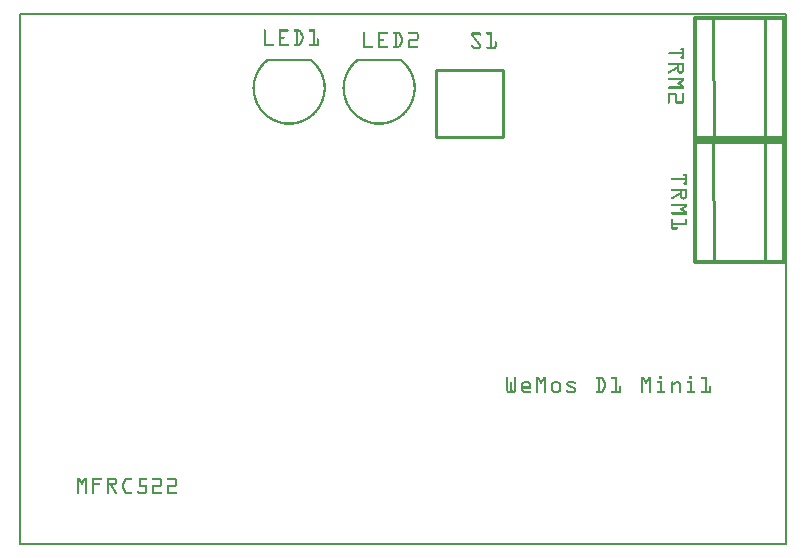
<source format=gto>
G04 MADE WITH FRITZING*
G04 WWW.FRITZING.ORG*
G04 SINGLE SIDED*
G04 HOLES NOT PLATED*
G04 CONTOUR ON CENTER OF CONTOUR VECTOR*
%ASAXBY*%
%FSLAX23Y23*%
%MOIN*%
%OFA0B0*%
%SFA1.0B1.0*%
%ADD10R,2.559060X1.771650X2.543060X1.755650*%
%ADD11C,0.008000*%
%ADD12R,0.236220X0.236220X0.216220X0.216220*%
%ADD13C,0.010000*%
%ADD14R,0.308611X0.426722X0.281945X0.400056*%
%ADD15C,0.013333*%
%ADD16C,0.011111*%
%ADD17C,0.007874*%
%ADD18R,0.001000X0.001000*%
%LNSILK1*%
G90*
G70*
G54D11*
X4Y1768D02*
X2555Y1768D01*
X2555Y4D01*
X4Y4D01*
X4Y1768D01*
D02*
G54D13*
X1388Y1584D02*
X1614Y1584D01*
X1614Y1358D01*
X1388Y1358D01*
X1388Y1584D01*
D02*
G54D15*
X2253Y1357D02*
X2548Y1357D01*
X2548Y943D01*
X2253Y943D01*
X2253Y1357D01*
D02*
X2253Y1757D02*
X2548Y1757D01*
X2548Y1343D01*
X2253Y1343D01*
X2253Y1757D01*
D02*
G54D16*
X2487Y1354D02*
X2487Y946D01*
D02*
X2314Y1354D02*
X2315Y943D01*
D02*
X2487Y1754D02*
X2487Y1346D01*
D02*
X2314Y1754D02*
X2315Y1343D01*
G54D17*
X1271Y1616D02*
X1129Y1616D01*
D02*
X971Y1616D02*
X829Y1616D01*
D02*
G54D18*
X818Y1717D02*
X819Y1717D01*
X865Y1717D02*
X896Y1717D01*
X918Y1717D02*
X932Y1717D01*
X968Y1717D02*
X985Y1717D01*
X816Y1716D02*
X820Y1716D01*
X865Y1716D02*
X898Y1716D01*
X916Y1716D02*
X935Y1716D01*
X966Y1716D02*
X985Y1716D01*
X816Y1715D02*
X821Y1715D01*
X865Y1715D02*
X898Y1715D01*
X915Y1715D02*
X937Y1715D01*
X965Y1715D02*
X985Y1715D01*
X815Y1714D02*
X821Y1714D01*
X865Y1714D02*
X899Y1714D01*
X915Y1714D02*
X938Y1714D01*
X965Y1714D02*
X985Y1714D01*
X815Y1713D02*
X821Y1713D01*
X865Y1713D02*
X899Y1713D01*
X915Y1713D02*
X939Y1713D01*
X965Y1713D02*
X985Y1713D01*
X815Y1712D02*
X821Y1712D01*
X865Y1712D02*
X898Y1712D01*
X916Y1712D02*
X940Y1712D01*
X966Y1712D02*
X985Y1712D01*
X815Y1711D02*
X821Y1711D01*
X865Y1711D02*
X897Y1711D01*
X917Y1711D02*
X940Y1711D01*
X967Y1711D02*
X985Y1711D01*
X815Y1710D02*
X821Y1710D01*
X865Y1710D02*
X871Y1710D01*
X922Y1710D02*
X928Y1710D01*
X933Y1710D02*
X941Y1710D01*
X979Y1710D02*
X985Y1710D01*
X815Y1709D02*
X821Y1709D01*
X865Y1709D02*
X871Y1709D01*
X922Y1709D02*
X928Y1709D01*
X934Y1709D02*
X941Y1709D01*
X979Y1709D02*
X985Y1709D01*
X1148Y1709D02*
X1152Y1709D01*
X1197Y1709D02*
X1229Y1709D01*
X1248Y1709D02*
X1266Y1709D01*
X1298Y1709D02*
X1327Y1709D01*
X815Y1708D02*
X821Y1708D01*
X865Y1708D02*
X871Y1708D01*
X922Y1708D02*
X928Y1708D01*
X935Y1708D02*
X942Y1708D01*
X979Y1708D02*
X985Y1708D01*
X1147Y1708D02*
X1153Y1708D01*
X1197Y1708D02*
X1230Y1708D01*
X1247Y1708D02*
X1268Y1708D01*
X1297Y1708D02*
X1328Y1708D01*
X815Y1707D02*
X821Y1707D01*
X865Y1707D02*
X871Y1707D01*
X922Y1707D02*
X928Y1707D01*
X935Y1707D02*
X942Y1707D01*
X979Y1707D02*
X985Y1707D01*
X1147Y1707D02*
X1153Y1707D01*
X1197Y1707D02*
X1230Y1707D01*
X1247Y1707D02*
X1269Y1707D01*
X1297Y1707D02*
X1329Y1707D01*
X1511Y1707D02*
X1535Y1707D01*
X1558Y1707D02*
X1577Y1707D01*
X815Y1706D02*
X821Y1706D01*
X865Y1706D02*
X871Y1706D01*
X922Y1706D02*
X928Y1706D01*
X936Y1706D02*
X943Y1706D01*
X979Y1706D02*
X985Y1706D01*
X1147Y1706D02*
X1153Y1706D01*
X1197Y1706D02*
X1230Y1706D01*
X1247Y1706D02*
X1270Y1706D01*
X1297Y1706D02*
X1330Y1706D01*
X1510Y1706D02*
X1537Y1706D01*
X1557Y1706D02*
X1577Y1706D01*
X815Y1705D02*
X821Y1705D01*
X865Y1705D02*
X871Y1705D01*
X922Y1705D02*
X928Y1705D01*
X936Y1705D02*
X943Y1705D01*
X979Y1705D02*
X985Y1705D01*
X1147Y1705D02*
X1153Y1705D01*
X1197Y1705D02*
X1230Y1705D01*
X1247Y1705D02*
X1271Y1705D01*
X1297Y1705D02*
X1330Y1705D01*
X1509Y1705D02*
X1538Y1705D01*
X1557Y1705D02*
X1577Y1705D01*
X815Y1704D02*
X821Y1704D01*
X865Y1704D02*
X871Y1704D01*
X922Y1704D02*
X928Y1704D01*
X937Y1704D02*
X944Y1704D01*
X979Y1704D02*
X985Y1704D01*
X1147Y1704D02*
X1153Y1704D01*
X1197Y1704D02*
X1230Y1704D01*
X1248Y1704D02*
X1272Y1704D01*
X1298Y1704D02*
X1330Y1704D01*
X1508Y1704D02*
X1539Y1704D01*
X1557Y1704D02*
X1577Y1704D01*
X815Y1703D02*
X821Y1703D01*
X865Y1703D02*
X871Y1703D01*
X922Y1703D02*
X928Y1703D01*
X937Y1703D02*
X944Y1703D01*
X979Y1703D02*
X985Y1703D01*
X1147Y1703D02*
X1153Y1703D01*
X1197Y1703D02*
X1228Y1703D01*
X1250Y1703D02*
X1272Y1703D01*
X1300Y1703D02*
X1331Y1703D01*
X1508Y1703D02*
X1539Y1703D01*
X1557Y1703D02*
X1577Y1703D01*
X815Y1702D02*
X821Y1702D01*
X865Y1702D02*
X871Y1702D01*
X922Y1702D02*
X928Y1702D01*
X938Y1702D02*
X945Y1702D01*
X979Y1702D02*
X985Y1702D01*
X1147Y1702D02*
X1153Y1702D01*
X1197Y1702D02*
X1203Y1702D01*
X1254Y1702D02*
X1260Y1702D01*
X1266Y1702D02*
X1273Y1702D01*
X1325Y1702D02*
X1331Y1702D01*
X1507Y1702D02*
X1540Y1702D01*
X1558Y1702D02*
X1577Y1702D01*
X815Y1701D02*
X821Y1701D01*
X865Y1701D02*
X871Y1701D01*
X922Y1701D02*
X928Y1701D01*
X938Y1701D02*
X945Y1701D01*
X979Y1701D02*
X985Y1701D01*
X1147Y1701D02*
X1153Y1701D01*
X1197Y1701D02*
X1203Y1701D01*
X1254Y1701D02*
X1260Y1701D01*
X1266Y1701D02*
X1273Y1701D01*
X1325Y1701D02*
X1331Y1701D01*
X1507Y1701D02*
X1540Y1701D01*
X1559Y1701D02*
X1577Y1701D01*
X815Y1700D02*
X821Y1700D01*
X865Y1700D02*
X871Y1700D01*
X922Y1700D02*
X928Y1700D01*
X939Y1700D02*
X946Y1700D01*
X979Y1700D02*
X985Y1700D01*
X1147Y1700D02*
X1153Y1700D01*
X1197Y1700D02*
X1203Y1700D01*
X1254Y1700D02*
X1260Y1700D01*
X1267Y1700D02*
X1274Y1700D01*
X1325Y1700D02*
X1331Y1700D01*
X1507Y1700D02*
X1513Y1700D01*
X1534Y1700D02*
X1540Y1700D01*
X1571Y1700D02*
X1577Y1700D01*
X815Y1699D02*
X821Y1699D01*
X865Y1699D02*
X871Y1699D01*
X922Y1699D02*
X928Y1699D01*
X939Y1699D02*
X946Y1699D01*
X979Y1699D02*
X985Y1699D01*
X1147Y1699D02*
X1153Y1699D01*
X1197Y1699D02*
X1203Y1699D01*
X1254Y1699D02*
X1260Y1699D01*
X1267Y1699D02*
X1274Y1699D01*
X1325Y1699D02*
X1331Y1699D01*
X1507Y1699D02*
X1513Y1699D01*
X1534Y1699D02*
X1540Y1699D01*
X1571Y1699D02*
X1577Y1699D01*
X815Y1698D02*
X821Y1698D01*
X865Y1698D02*
X871Y1698D01*
X922Y1698D02*
X928Y1698D01*
X940Y1698D02*
X947Y1698D01*
X979Y1698D02*
X985Y1698D01*
X1147Y1698D02*
X1153Y1698D01*
X1197Y1698D02*
X1203Y1698D01*
X1254Y1698D02*
X1260Y1698D01*
X1268Y1698D02*
X1275Y1698D01*
X1325Y1698D02*
X1331Y1698D01*
X1507Y1698D02*
X1514Y1698D01*
X1535Y1698D02*
X1540Y1698D01*
X1571Y1698D02*
X1577Y1698D01*
X815Y1697D02*
X821Y1697D01*
X865Y1697D02*
X871Y1697D01*
X922Y1697D02*
X928Y1697D01*
X940Y1697D02*
X947Y1697D01*
X979Y1697D02*
X985Y1697D01*
X1147Y1697D02*
X1153Y1697D01*
X1197Y1697D02*
X1203Y1697D01*
X1254Y1697D02*
X1260Y1697D01*
X1268Y1697D02*
X1275Y1697D01*
X1325Y1697D02*
X1331Y1697D01*
X1508Y1697D02*
X1515Y1697D01*
X1535Y1697D02*
X1540Y1697D01*
X1571Y1697D02*
X1577Y1697D01*
X815Y1696D02*
X821Y1696D01*
X865Y1696D02*
X871Y1696D01*
X922Y1696D02*
X928Y1696D01*
X941Y1696D02*
X947Y1696D01*
X979Y1696D02*
X985Y1696D01*
X1147Y1696D02*
X1153Y1696D01*
X1197Y1696D02*
X1203Y1696D01*
X1254Y1696D02*
X1260Y1696D01*
X1269Y1696D02*
X1276Y1696D01*
X1325Y1696D02*
X1331Y1696D01*
X1508Y1696D02*
X1516Y1696D01*
X1536Y1696D02*
X1539Y1696D01*
X1571Y1696D02*
X1577Y1696D01*
X815Y1695D02*
X821Y1695D01*
X865Y1695D02*
X871Y1695D01*
X922Y1695D02*
X928Y1695D01*
X941Y1695D02*
X948Y1695D01*
X979Y1695D02*
X985Y1695D01*
X1147Y1695D02*
X1153Y1695D01*
X1197Y1695D02*
X1203Y1695D01*
X1254Y1695D02*
X1260Y1695D01*
X1269Y1695D02*
X1276Y1695D01*
X1325Y1695D02*
X1331Y1695D01*
X1509Y1695D02*
X1517Y1695D01*
X1571Y1695D02*
X1577Y1695D01*
X815Y1694D02*
X821Y1694D01*
X865Y1694D02*
X871Y1694D01*
X922Y1694D02*
X928Y1694D01*
X942Y1694D02*
X948Y1694D01*
X979Y1694D02*
X985Y1694D01*
X1147Y1694D02*
X1153Y1694D01*
X1197Y1694D02*
X1203Y1694D01*
X1254Y1694D02*
X1260Y1694D01*
X1270Y1694D02*
X1277Y1694D01*
X1325Y1694D02*
X1331Y1694D01*
X1509Y1694D02*
X1517Y1694D01*
X1571Y1694D02*
X1577Y1694D01*
X815Y1693D02*
X821Y1693D01*
X865Y1693D02*
X883Y1693D01*
X922Y1693D02*
X928Y1693D01*
X942Y1693D02*
X948Y1693D01*
X979Y1693D02*
X985Y1693D01*
X1147Y1693D02*
X1153Y1693D01*
X1197Y1693D02*
X1203Y1693D01*
X1254Y1693D02*
X1260Y1693D01*
X1270Y1693D02*
X1277Y1693D01*
X1325Y1693D02*
X1331Y1693D01*
X1510Y1693D02*
X1518Y1693D01*
X1571Y1693D02*
X1577Y1693D01*
X815Y1692D02*
X821Y1692D01*
X865Y1692D02*
X884Y1692D01*
X922Y1692D02*
X928Y1692D01*
X943Y1692D02*
X949Y1692D01*
X979Y1692D02*
X985Y1692D01*
X1147Y1692D02*
X1153Y1692D01*
X1197Y1692D02*
X1203Y1692D01*
X1254Y1692D02*
X1260Y1692D01*
X1271Y1692D02*
X1278Y1692D01*
X1325Y1692D02*
X1331Y1692D01*
X1511Y1692D02*
X1519Y1692D01*
X1571Y1692D02*
X1577Y1692D01*
X815Y1691D02*
X821Y1691D01*
X865Y1691D02*
X885Y1691D01*
X922Y1691D02*
X928Y1691D01*
X943Y1691D02*
X949Y1691D01*
X979Y1691D02*
X985Y1691D01*
X1147Y1691D02*
X1153Y1691D01*
X1197Y1691D02*
X1203Y1691D01*
X1254Y1691D02*
X1260Y1691D01*
X1271Y1691D02*
X1278Y1691D01*
X1325Y1691D02*
X1331Y1691D01*
X1512Y1691D02*
X1520Y1691D01*
X1571Y1691D02*
X1577Y1691D01*
X815Y1690D02*
X821Y1690D01*
X865Y1690D02*
X885Y1690D01*
X922Y1690D02*
X928Y1690D01*
X943Y1690D02*
X949Y1690D01*
X979Y1690D02*
X985Y1690D01*
X1147Y1690D02*
X1153Y1690D01*
X1197Y1690D02*
X1203Y1690D01*
X1254Y1690D02*
X1260Y1690D01*
X1272Y1690D02*
X1279Y1690D01*
X1325Y1690D02*
X1331Y1690D01*
X1512Y1690D02*
X1520Y1690D01*
X1571Y1690D02*
X1577Y1690D01*
X815Y1689D02*
X821Y1689D01*
X865Y1689D02*
X885Y1689D01*
X922Y1689D02*
X928Y1689D01*
X943Y1689D02*
X949Y1689D01*
X979Y1689D02*
X985Y1689D01*
X1147Y1689D02*
X1153Y1689D01*
X1197Y1689D02*
X1203Y1689D01*
X1254Y1689D02*
X1260Y1689D01*
X1272Y1689D02*
X1279Y1689D01*
X1325Y1689D02*
X1331Y1689D01*
X1513Y1689D02*
X1521Y1689D01*
X1571Y1689D02*
X1577Y1689D01*
X815Y1688D02*
X821Y1688D01*
X865Y1688D02*
X884Y1688D01*
X922Y1688D02*
X928Y1688D01*
X942Y1688D02*
X949Y1688D01*
X979Y1688D02*
X985Y1688D01*
X1147Y1688D02*
X1153Y1688D01*
X1197Y1688D02*
X1203Y1688D01*
X1254Y1688D02*
X1260Y1688D01*
X1273Y1688D02*
X1280Y1688D01*
X1325Y1688D02*
X1331Y1688D01*
X1514Y1688D02*
X1522Y1688D01*
X1571Y1688D02*
X1577Y1688D01*
X815Y1687D02*
X821Y1687D01*
X865Y1687D02*
X883Y1687D01*
X922Y1687D02*
X928Y1687D01*
X942Y1687D02*
X948Y1687D01*
X979Y1687D02*
X985Y1687D01*
X994Y1687D02*
X997Y1687D01*
X1147Y1687D02*
X1153Y1687D01*
X1197Y1687D02*
X1203Y1687D01*
X1254Y1687D02*
X1260Y1687D01*
X1273Y1687D02*
X1280Y1687D01*
X1325Y1687D02*
X1331Y1687D01*
X1515Y1687D02*
X1523Y1687D01*
X1571Y1687D02*
X1577Y1687D01*
X815Y1686D02*
X821Y1686D01*
X865Y1686D02*
X871Y1686D01*
X922Y1686D02*
X928Y1686D01*
X942Y1686D02*
X948Y1686D01*
X979Y1686D02*
X985Y1686D01*
X993Y1686D02*
X998Y1686D01*
X1147Y1686D02*
X1153Y1686D01*
X1197Y1686D02*
X1215Y1686D01*
X1254Y1686D02*
X1260Y1686D01*
X1274Y1686D02*
X1280Y1686D01*
X1302Y1686D02*
X1331Y1686D01*
X1516Y1686D02*
X1524Y1686D01*
X1571Y1686D02*
X1577Y1686D01*
X815Y1685D02*
X821Y1685D01*
X865Y1685D02*
X871Y1685D01*
X922Y1685D02*
X928Y1685D01*
X941Y1685D02*
X948Y1685D01*
X979Y1685D02*
X985Y1685D01*
X993Y1685D02*
X999Y1685D01*
X1147Y1685D02*
X1153Y1685D01*
X1197Y1685D02*
X1216Y1685D01*
X1254Y1685D02*
X1260Y1685D01*
X1274Y1685D02*
X1280Y1685D01*
X1300Y1685D02*
X1330Y1685D01*
X1516Y1685D02*
X1524Y1685D01*
X1571Y1685D02*
X1577Y1685D01*
X815Y1684D02*
X821Y1684D01*
X865Y1684D02*
X871Y1684D01*
X922Y1684D02*
X928Y1684D01*
X941Y1684D02*
X947Y1684D01*
X979Y1684D02*
X985Y1684D01*
X993Y1684D02*
X999Y1684D01*
X1147Y1684D02*
X1153Y1684D01*
X1197Y1684D02*
X1216Y1684D01*
X1254Y1684D02*
X1260Y1684D01*
X1274Y1684D02*
X1280Y1684D01*
X1299Y1684D02*
X1330Y1684D01*
X1517Y1684D02*
X1525Y1684D01*
X1571Y1684D02*
X1577Y1684D01*
X815Y1683D02*
X821Y1683D01*
X865Y1683D02*
X871Y1683D01*
X922Y1683D02*
X928Y1683D01*
X940Y1683D02*
X947Y1683D01*
X979Y1683D02*
X985Y1683D01*
X993Y1683D02*
X999Y1683D01*
X1147Y1683D02*
X1153Y1683D01*
X1197Y1683D02*
X1217Y1683D01*
X1254Y1683D02*
X1260Y1683D01*
X1275Y1683D02*
X1281Y1683D01*
X1298Y1683D02*
X1330Y1683D01*
X1518Y1683D02*
X1526Y1683D01*
X1571Y1683D02*
X1577Y1683D01*
X815Y1682D02*
X821Y1682D01*
X865Y1682D02*
X871Y1682D01*
X922Y1682D02*
X928Y1682D01*
X940Y1682D02*
X947Y1682D01*
X979Y1682D02*
X985Y1682D01*
X993Y1682D02*
X999Y1682D01*
X1147Y1682D02*
X1153Y1682D01*
X1197Y1682D02*
X1217Y1682D01*
X1254Y1682D02*
X1260Y1682D01*
X1274Y1682D02*
X1281Y1682D01*
X1298Y1682D02*
X1329Y1682D01*
X1519Y1682D02*
X1527Y1682D01*
X1571Y1682D02*
X1577Y1682D01*
X815Y1681D02*
X821Y1681D01*
X865Y1681D02*
X871Y1681D01*
X922Y1681D02*
X928Y1681D01*
X939Y1681D02*
X946Y1681D01*
X979Y1681D02*
X985Y1681D01*
X993Y1681D02*
X999Y1681D01*
X1147Y1681D02*
X1153Y1681D01*
X1197Y1681D02*
X1216Y1681D01*
X1254Y1681D02*
X1260Y1681D01*
X1274Y1681D02*
X1280Y1681D01*
X1297Y1681D02*
X1328Y1681D01*
X1519Y1681D02*
X1527Y1681D01*
X1571Y1681D02*
X1577Y1681D01*
X815Y1680D02*
X821Y1680D01*
X865Y1680D02*
X871Y1680D01*
X922Y1680D02*
X928Y1680D01*
X939Y1680D02*
X946Y1680D01*
X979Y1680D02*
X985Y1680D01*
X993Y1680D02*
X999Y1680D01*
X1147Y1680D02*
X1153Y1680D01*
X1197Y1680D02*
X1215Y1680D01*
X1254Y1680D02*
X1260Y1680D01*
X1274Y1680D02*
X1280Y1680D01*
X1297Y1680D02*
X1327Y1680D01*
X1520Y1680D02*
X1528Y1680D01*
X1571Y1680D02*
X1577Y1680D01*
X815Y1679D02*
X821Y1679D01*
X865Y1679D02*
X871Y1679D01*
X922Y1679D02*
X928Y1679D01*
X938Y1679D02*
X945Y1679D01*
X979Y1679D02*
X985Y1679D01*
X993Y1679D02*
X999Y1679D01*
X1147Y1679D02*
X1153Y1679D01*
X1197Y1679D02*
X1203Y1679D01*
X1254Y1679D02*
X1260Y1679D01*
X1274Y1679D02*
X1280Y1679D01*
X1297Y1679D02*
X1303Y1679D01*
X1521Y1679D02*
X1529Y1679D01*
X1571Y1679D02*
X1577Y1679D01*
X815Y1678D02*
X821Y1678D01*
X865Y1678D02*
X871Y1678D01*
X922Y1678D02*
X928Y1678D01*
X938Y1678D02*
X945Y1678D01*
X979Y1678D02*
X985Y1678D01*
X993Y1678D02*
X999Y1678D01*
X1147Y1678D02*
X1153Y1678D01*
X1197Y1678D02*
X1203Y1678D01*
X1254Y1678D02*
X1260Y1678D01*
X1273Y1678D02*
X1280Y1678D01*
X1297Y1678D02*
X1303Y1678D01*
X1522Y1678D02*
X1530Y1678D01*
X1571Y1678D02*
X1577Y1678D01*
X1586Y1678D02*
X1589Y1678D01*
X815Y1677D02*
X821Y1677D01*
X865Y1677D02*
X871Y1677D01*
X922Y1677D02*
X928Y1677D01*
X937Y1677D02*
X944Y1677D01*
X979Y1677D02*
X985Y1677D01*
X993Y1677D02*
X999Y1677D01*
X1147Y1677D02*
X1153Y1677D01*
X1197Y1677D02*
X1203Y1677D01*
X1254Y1677D02*
X1260Y1677D01*
X1273Y1677D02*
X1279Y1677D01*
X1297Y1677D02*
X1303Y1677D01*
X1523Y1677D02*
X1531Y1677D01*
X1571Y1677D02*
X1577Y1677D01*
X1585Y1677D02*
X1590Y1677D01*
X815Y1676D02*
X821Y1676D01*
X865Y1676D02*
X871Y1676D01*
X922Y1676D02*
X928Y1676D01*
X937Y1676D02*
X944Y1676D01*
X979Y1676D02*
X985Y1676D01*
X993Y1676D02*
X999Y1676D01*
X1147Y1676D02*
X1153Y1676D01*
X1197Y1676D02*
X1203Y1676D01*
X1254Y1676D02*
X1260Y1676D01*
X1272Y1676D02*
X1279Y1676D01*
X1297Y1676D02*
X1303Y1676D01*
X1523Y1676D02*
X1531Y1676D01*
X1571Y1676D02*
X1577Y1676D01*
X1585Y1676D02*
X1590Y1676D01*
X815Y1675D02*
X821Y1675D01*
X865Y1675D02*
X871Y1675D01*
X922Y1675D02*
X928Y1675D01*
X936Y1675D02*
X943Y1675D01*
X979Y1675D02*
X985Y1675D01*
X993Y1675D02*
X999Y1675D01*
X1147Y1675D02*
X1153Y1675D01*
X1197Y1675D02*
X1203Y1675D01*
X1254Y1675D02*
X1260Y1675D01*
X1272Y1675D02*
X1279Y1675D01*
X1297Y1675D02*
X1303Y1675D01*
X1524Y1675D02*
X1532Y1675D01*
X1571Y1675D02*
X1577Y1675D01*
X1585Y1675D02*
X1590Y1675D01*
X815Y1674D02*
X821Y1674D01*
X865Y1674D02*
X871Y1674D01*
X922Y1674D02*
X928Y1674D01*
X936Y1674D02*
X943Y1674D01*
X979Y1674D02*
X985Y1674D01*
X993Y1674D02*
X999Y1674D01*
X1147Y1674D02*
X1153Y1674D01*
X1197Y1674D02*
X1203Y1674D01*
X1254Y1674D02*
X1260Y1674D01*
X1271Y1674D02*
X1278Y1674D01*
X1297Y1674D02*
X1303Y1674D01*
X1525Y1674D02*
X1533Y1674D01*
X1571Y1674D02*
X1577Y1674D01*
X1585Y1674D02*
X1591Y1674D01*
X815Y1673D02*
X821Y1673D01*
X865Y1673D02*
X871Y1673D01*
X922Y1673D02*
X928Y1673D01*
X935Y1673D02*
X942Y1673D01*
X979Y1673D02*
X985Y1673D01*
X993Y1673D02*
X999Y1673D01*
X1147Y1673D02*
X1153Y1673D01*
X1197Y1673D02*
X1203Y1673D01*
X1254Y1673D02*
X1260Y1673D01*
X1271Y1673D02*
X1278Y1673D01*
X1297Y1673D02*
X1303Y1673D01*
X1526Y1673D02*
X1534Y1673D01*
X1571Y1673D02*
X1577Y1673D01*
X1585Y1673D02*
X1591Y1673D01*
X815Y1672D02*
X821Y1672D01*
X865Y1672D02*
X871Y1672D01*
X922Y1672D02*
X928Y1672D01*
X935Y1672D02*
X942Y1672D01*
X979Y1672D02*
X985Y1672D01*
X993Y1672D02*
X999Y1672D01*
X1147Y1672D02*
X1153Y1672D01*
X1197Y1672D02*
X1203Y1672D01*
X1254Y1672D02*
X1260Y1672D01*
X1270Y1672D02*
X1277Y1672D01*
X1297Y1672D02*
X1303Y1672D01*
X1526Y1672D02*
X1534Y1672D01*
X1571Y1672D02*
X1577Y1672D01*
X1585Y1672D02*
X1591Y1672D01*
X815Y1671D02*
X821Y1671D01*
X865Y1671D02*
X871Y1671D01*
X922Y1671D02*
X928Y1671D01*
X934Y1671D02*
X941Y1671D01*
X979Y1671D02*
X985Y1671D01*
X993Y1671D02*
X999Y1671D01*
X1147Y1671D02*
X1153Y1671D01*
X1197Y1671D02*
X1203Y1671D01*
X1254Y1671D02*
X1260Y1671D01*
X1270Y1671D02*
X1277Y1671D01*
X1297Y1671D02*
X1303Y1671D01*
X1527Y1671D02*
X1535Y1671D01*
X1571Y1671D02*
X1577Y1671D01*
X1585Y1671D02*
X1591Y1671D01*
X815Y1670D02*
X845Y1670D01*
X865Y1670D02*
X895Y1670D01*
X919Y1670D02*
X941Y1670D01*
X969Y1670D02*
X999Y1670D01*
X1147Y1670D02*
X1153Y1670D01*
X1197Y1670D02*
X1203Y1670D01*
X1254Y1670D02*
X1260Y1670D01*
X1269Y1670D02*
X1276Y1670D01*
X1297Y1670D02*
X1303Y1670D01*
X1528Y1670D02*
X1536Y1670D01*
X1571Y1670D02*
X1577Y1670D01*
X1585Y1670D02*
X1591Y1670D01*
X815Y1669D02*
X848Y1669D01*
X865Y1669D02*
X898Y1669D01*
X916Y1669D02*
X940Y1669D01*
X966Y1669D02*
X999Y1669D01*
X1147Y1669D02*
X1153Y1669D01*
X1197Y1669D02*
X1203Y1669D01*
X1254Y1669D02*
X1260Y1669D01*
X1269Y1669D02*
X1276Y1669D01*
X1297Y1669D02*
X1303Y1669D01*
X1529Y1669D02*
X1537Y1669D01*
X1571Y1669D02*
X1577Y1669D01*
X1585Y1669D02*
X1591Y1669D01*
X815Y1668D02*
X848Y1668D01*
X865Y1668D02*
X898Y1668D01*
X916Y1668D02*
X940Y1668D01*
X966Y1668D02*
X999Y1668D01*
X1147Y1668D02*
X1153Y1668D01*
X1197Y1668D02*
X1203Y1668D01*
X1254Y1668D02*
X1260Y1668D01*
X1268Y1668D02*
X1275Y1668D01*
X1297Y1668D02*
X1303Y1668D01*
X1530Y1668D02*
X1538Y1668D01*
X1571Y1668D02*
X1577Y1668D01*
X1585Y1668D02*
X1591Y1668D01*
X815Y1667D02*
X849Y1667D01*
X865Y1667D02*
X899Y1667D01*
X915Y1667D02*
X939Y1667D01*
X965Y1667D02*
X999Y1667D01*
X1147Y1667D02*
X1153Y1667D01*
X1197Y1667D02*
X1203Y1667D01*
X1254Y1667D02*
X1260Y1667D01*
X1268Y1667D02*
X1275Y1667D01*
X1297Y1667D02*
X1303Y1667D01*
X1530Y1667D02*
X1538Y1667D01*
X1571Y1667D02*
X1577Y1667D01*
X1585Y1667D02*
X1591Y1667D01*
X815Y1666D02*
X849Y1666D01*
X865Y1666D02*
X899Y1666D01*
X915Y1666D02*
X938Y1666D01*
X965Y1666D02*
X999Y1666D01*
X1147Y1666D02*
X1153Y1666D01*
X1197Y1666D02*
X1203Y1666D01*
X1254Y1666D02*
X1260Y1666D01*
X1267Y1666D02*
X1274Y1666D01*
X1297Y1666D02*
X1303Y1666D01*
X1509Y1666D02*
X1511Y1666D01*
X1531Y1666D02*
X1539Y1666D01*
X1571Y1666D02*
X1577Y1666D01*
X1585Y1666D02*
X1591Y1666D01*
X815Y1665D02*
X848Y1665D01*
X865Y1665D02*
X898Y1665D01*
X916Y1665D02*
X937Y1665D01*
X966Y1665D02*
X998Y1665D01*
X1147Y1665D02*
X1153Y1665D01*
X1197Y1665D02*
X1203Y1665D01*
X1254Y1665D02*
X1260Y1665D01*
X1267Y1665D02*
X1274Y1665D01*
X1297Y1665D02*
X1303Y1665D01*
X1508Y1665D02*
X1512Y1665D01*
X1532Y1665D02*
X1540Y1665D01*
X1571Y1665D02*
X1577Y1665D01*
X1585Y1665D02*
X1591Y1665D01*
X815Y1664D02*
X848Y1664D01*
X865Y1664D02*
X898Y1664D01*
X916Y1664D02*
X935Y1664D01*
X966Y1664D02*
X998Y1664D01*
X1147Y1664D02*
X1153Y1664D01*
X1197Y1664D02*
X1203Y1664D01*
X1254Y1664D02*
X1260Y1664D01*
X1266Y1664D02*
X1273Y1664D01*
X1297Y1664D02*
X1303Y1664D01*
X1507Y1664D02*
X1513Y1664D01*
X1533Y1664D02*
X1540Y1664D01*
X1571Y1664D02*
X1577Y1664D01*
X1585Y1664D02*
X1591Y1664D01*
X1147Y1663D02*
X1153Y1663D01*
X1197Y1663D02*
X1203Y1663D01*
X1254Y1663D02*
X1260Y1663D01*
X1265Y1663D02*
X1273Y1663D01*
X1297Y1663D02*
X1303Y1663D01*
X1507Y1663D02*
X1513Y1663D01*
X1533Y1663D02*
X1540Y1663D01*
X1571Y1663D02*
X1577Y1663D01*
X1585Y1663D02*
X1591Y1663D01*
X1147Y1662D02*
X1179Y1662D01*
X1197Y1662D02*
X1229Y1662D01*
X1248Y1662D02*
X1272Y1662D01*
X1297Y1662D02*
X1329Y1662D01*
X1507Y1662D02*
X1513Y1662D01*
X1534Y1662D02*
X1541Y1662D01*
X1571Y1662D02*
X1577Y1662D01*
X1585Y1662D02*
X1591Y1662D01*
X1147Y1661D02*
X1180Y1661D01*
X1197Y1661D02*
X1230Y1661D01*
X1248Y1661D02*
X1272Y1661D01*
X1297Y1661D02*
X1330Y1661D01*
X1507Y1661D02*
X1514Y1661D01*
X1534Y1661D02*
X1540Y1661D01*
X1571Y1661D02*
X1577Y1661D01*
X1584Y1661D02*
X1591Y1661D01*
X1147Y1660D02*
X1180Y1660D01*
X1197Y1660D02*
X1230Y1660D01*
X1247Y1660D02*
X1271Y1660D01*
X1297Y1660D02*
X1330Y1660D01*
X1507Y1660D02*
X1540Y1660D01*
X1558Y1660D02*
X1591Y1660D01*
X1147Y1659D02*
X1181Y1659D01*
X1197Y1659D02*
X1231Y1659D01*
X1247Y1659D02*
X1270Y1659D01*
X1297Y1659D02*
X1331Y1659D01*
X1508Y1659D02*
X1540Y1659D01*
X1558Y1659D02*
X1591Y1659D01*
X1147Y1658D02*
X1180Y1658D01*
X1197Y1658D02*
X1230Y1658D01*
X1247Y1658D02*
X1269Y1658D01*
X1297Y1658D02*
X1330Y1658D01*
X1508Y1658D02*
X1540Y1658D01*
X1557Y1658D02*
X1591Y1658D01*
X1147Y1657D02*
X1180Y1657D01*
X1197Y1657D02*
X1230Y1657D01*
X1248Y1657D02*
X1267Y1657D01*
X1297Y1657D02*
X1330Y1657D01*
X1509Y1657D02*
X1539Y1657D01*
X1557Y1657D02*
X1590Y1657D01*
X1147Y1656D02*
X1178Y1656D01*
X1197Y1656D02*
X1228Y1656D01*
X1249Y1656D02*
X1265Y1656D01*
X1297Y1656D02*
X1328Y1656D01*
X1510Y1656D02*
X1538Y1656D01*
X1557Y1656D02*
X1590Y1656D01*
X1512Y1655D02*
X1537Y1655D01*
X1558Y1655D02*
X1590Y1655D01*
X1514Y1654D02*
X1535Y1654D01*
X1559Y1654D02*
X1588Y1654D01*
X2205Y1654D02*
X2216Y1654D01*
X2204Y1653D02*
X2216Y1653D01*
X2204Y1652D02*
X2216Y1652D01*
X2204Y1651D02*
X2216Y1651D01*
X2204Y1650D02*
X2216Y1650D01*
X2205Y1649D02*
X2216Y1649D01*
X2207Y1648D02*
X2216Y1648D01*
X2210Y1647D02*
X2216Y1647D01*
X2210Y1646D02*
X2216Y1646D01*
X2210Y1645D02*
X2216Y1645D01*
X2210Y1644D02*
X2216Y1644D01*
X2210Y1643D02*
X2216Y1643D01*
X2210Y1642D02*
X2216Y1642D01*
X2165Y1641D02*
X2216Y1641D01*
X2164Y1640D02*
X2216Y1640D01*
X2163Y1639D02*
X2216Y1639D01*
X2163Y1638D02*
X2216Y1638D01*
X2163Y1637D02*
X2216Y1637D01*
X2163Y1636D02*
X2216Y1636D01*
X2164Y1635D02*
X2216Y1635D01*
X2209Y1634D02*
X2216Y1634D01*
X2210Y1633D02*
X2216Y1633D01*
X2210Y1632D02*
X2216Y1632D01*
X2210Y1631D02*
X2216Y1631D01*
X2210Y1630D02*
X2216Y1630D01*
X2210Y1629D02*
X2216Y1629D01*
X2210Y1628D02*
X2216Y1628D01*
X2206Y1627D02*
X2216Y1627D01*
X2205Y1626D02*
X2216Y1626D01*
X2204Y1625D02*
X2216Y1625D01*
X2204Y1624D02*
X2216Y1624D01*
X2204Y1623D02*
X2216Y1623D01*
X2204Y1622D02*
X2216Y1622D01*
X2205Y1621D02*
X2216Y1621D01*
X828Y1620D02*
X830Y1620D01*
X1128Y1620D02*
X1130Y1620D01*
X827Y1619D02*
X831Y1619D01*
X969Y1619D02*
X973Y1619D01*
X1127Y1619D02*
X1131Y1619D01*
X1269Y1619D02*
X1273Y1619D01*
X825Y1618D02*
X832Y1618D01*
X968Y1618D02*
X974Y1618D01*
X1125Y1618D02*
X1132Y1618D01*
X1268Y1618D02*
X1274Y1618D01*
X824Y1617D02*
X832Y1617D01*
X968Y1617D02*
X976Y1617D01*
X1124Y1617D02*
X1132Y1617D01*
X1268Y1617D02*
X1276Y1617D01*
X823Y1616D02*
X833Y1616D01*
X968Y1616D02*
X977Y1616D01*
X1123Y1616D02*
X1133Y1616D01*
X1268Y1616D02*
X1277Y1616D01*
X822Y1615D02*
X832Y1615D01*
X968Y1615D02*
X978Y1615D01*
X1122Y1615D02*
X1132Y1615D01*
X1268Y1615D02*
X1278Y1615D01*
X821Y1614D02*
X832Y1614D01*
X968Y1614D02*
X979Y1614D01*
X1121Y1614D02*
X1132Y1614D01*
X1268Y1614D02*
X1279Y1614D01*
X819Y1613D02*
X831Y1613D01*
X969Y1613D02*
X980Y1613D01*
X1119Y1613D02*
X1131Y1613D01*
X1269Y1613D02*
X1280Y1613D01*
X818Y1612D02*
X830Y1612D01*
X970Y1612D02*
X982Y1612D01*
X1118Y1612D02*
X1130Y1612D01*
X1270Y1612D02*
X1282Y1612D01*
X817Y1611D02*
X828Y1611D01*
X972Y1611D02*
X983Y1611D01*
X1117Y1611D02*
X1128Y1611D01*
X1272Y1611D02*
X1283Y1611D01*
X816Y1610D02*
X827Y1610D01*
X973Y1610D02*
X984Y1610D01*
X1116Y1610D02*
X1127Y1610D01*
X1273Y1610D02*
X1284Y1610D01*
X815Y1609D02*
X826Y1609D01*
X974Y1609D02*
X985Y1609D01*
X1115Y1609D02*
X1126Y1609D01*
X1274Y1609D02*
X1285Y1609D01*
X814Y1608D02*
X825Y1608D01*
X975Y1608D02*
X986Y1608D01*
X1114Y1608D02*
X1125Y1608D01*
X1275Y1608D02*
X1286Y1608D01*
X813Y1607D02*
X824Y1607D01*
X976Y1607D02*
X987Y1607D01*
X1113Y1607D02*
X1124Y1607D01*
X1276Y1607D02*
X1287Y1607D01*
X812Y1606D02*
X822Y1606D01*
X977Y1606D02*
X988Y1606D01*
X1112Y1606D02*
X1122Y1606D01*
X1277Y1606D02*
X1288Y1606D01*
X811Y1605D02*
X821Y1605D01*
X979Y1605D02*
X989Y1605D01*
X1111Y1605D02*
X1121Y1605D01*
X1279Y1605D02*
X1289Y1605D01*
X810Y1604D02*
X820Y1604D01*
X980Y1604D02*
X990Y1604D01*
X1110Y1604D02*
X1120Y1604D01*
X1280Y1604D02*
X1290Y1604D01*
X2164Y1604D02*
X2216Y1604D01*
X809Y1603D02*
X819Y1603D01*
X981Y1603D02*
X990Y1603D01*
X1109Y1603D02*
X1119Y1603D01*
X1281Y1603D02*
X1290Y1603D01*
X2163Y1603D02*
X2216Y1603D01*
X808Y1602D02*
X818Y1602D01*
X982Y1602D02*
X991Y1602D01*
X1108Y1602D02*
X1118Y1602D01*
X1282Y1602D02*
X1291Y1602D01*
X2163Y1602D02*
X2216Y1602D01*
X808Y1601D02*
X817Y1601D01*
X983Y1601D02*
X992Y1601D01*
X1108Y1601D02*
X1117Y1601D01*
X1283Y1601D02*
X1292Y1601D01*
X2163Y1601D02*
X2216Y1601D01*
X807Y1600D02*
X816Y1600D01*
X984Y1600D02*
X993Y1600D01*
X1107Y1600D02*
X1116Y1600D01*
X1284Y1600D02*
X1293Y1600D01*
X2163Y1600D02*
X2216Y1600D01*
X806Y1599D02*
X815Y1599D01*
X985Y1599D02*
X994Y1599D01*
X1106Y1599D02*
X1115Y1599D01*
X1285Y1599D02*
X1294Y1599D01*
X2164Y1599D02*
X2216Y1599D01*
X805Y1598D02*
X815Y1598D01*
X985Y1598D02*
X995Y1598D01*
X1105Y1598D02*
X1115Y1598D01*
X1285Y1598D02*
X1295Y1598D01*
X2166Y1598D02*
X2216Y1598D01*
X804Y1597D02*
X814Y1597D01*
X986Y1597D02*
X995Y1597D01*
X1104Y1597D02*
X1114Y1597D01*
X1286Y1597D02*
X1295Y1597D01*
X2192Y1597D02*
X2198Y1597D01*
X2210Y1597D02*
X2216Y1597D01*
X804Y1596D02*
X813Y1596D01*
X987Y1596D02*
X996Y1596D01*
X1104Y1596D02*
X1113Y1596D01*
X1287Y1596D02*
X1296Y1596D01*
X2192Y1596D02*
X2198Y1596D01*
X2210Y1596D02*
X2216Y1596D01*
X803Y1595D02*
X812Y1595D01*
X988Y1595D02*
X997Y1595D01*
X1103Y1595D02*
X1112Y1595D01*
X1288Y1595D02*
X1297Y1595D01*
X2192Y1595D02*
X2198Y1595D01*
X2210Y1595D02*
X2216Y1595D01*
X802Y1594D02*
X811Y1594D01*
X989Y1594D02*
X998Y1594D01*
X1102Y1594D02*
X1111Y1594D01*
X1289Y1594D02*
X1298Y1594D01*
X2192Y1594D02*
X2198Y1594D01*
X2210Y1594D02*
X2216Y1594D01*
X801Y1593D02*
X810Y1593D01*
X990Y1593D02*
X998Y1593D01*
X1101Y1593D02*
X1110Y1593D01*
X1290Y1593D02*
X1298Y1593D01*
X2192Y1593D02*
X2198Y1593D01*
X2210Y1593D02*
X2216Y1593D01*
X801Y1592D02*
X810Y1592D01*
X991Y1592D02*
X999Y1592D01*
X1101Y1592D02*
X1110Y1592D01*
X1291Y1592D02*
X1299Y1592D01*
X2190Y1592D02*
X2198Y1592D01*
X2210Y1592D02*
X2216Y1592D01*
X800Y1591D02*
X809Y1591D01*
X991Y1591D02*
X1000Y1591D01*
X1100Y1591D02*
X1109Y1591D01*
X1291Y1591D02*
X1300Y1591D01*
X2188Y1591D02*
X2198Y1591D01*
X2210Y1591D02*
X2216Y1591D01*
X799Y1590D02*
X808Y1590D01*
X992Y1590D02*
X1001Y1590D01*
X1099Y1590D02*
X1108Y1590D01*
X1292Y1590D02*
X1301Y1590D01*
X2187Y1590D02*
X2198Y1590D01*
X2210Y1590D02*
X2216Y1590D01*
X799Y1589D02*
X807Y1589D01*
X993Y1589D02*
X1001Y1589D01*
X1099Y1589D02*
X1107Y1589D01*
X1293Y1589D02*
X1301Y1589D01*
X2185Y1589D02*
X2198Y1589D01*
X2210Y1589D02*
X2216Y1589D01*
X798Y1588D02*
X806Y1588D01*
X994Y1588D02*
X1002Y1588D01*
X1098Y1588D02*
X1106Y1588D01*
X1294Y1588D02*
X1302Y1588D01*
X2183Y1588D02*
X2198Y1588D01*
X2210Y1588D02*
X2216Y1588D01*
X797Y1587D02*
X806Y1587D01*
X994Y1587D02*
X1003Y1587D01*
X1097Y1587D02*
X1106Y1587D01*
X1294Y1587D02*
X1303Y1587D01*
X2182Y1587D02*
X2198Y1587D01*
X2210Y1587D02*
X2216Y1587D01*
X797Y1586D02*
X805Y1586D01*
X995Y1586D02*
X1003Y1586D01*
X1097Y1586D02*
X1105Y1586D01*
X1295Y1586D02*
X1303Y1586D01*
X2180Y1586D02*
X2198Y1586D01*
X2210Y1586D02*
X2216Y1586D01*
X796Y1585D02*
X804Y1585D01*
X996Y1585D02*
X1004Y1585D01*
X1096Y1585D02*
X1104Y1585D01*
X1296Y1585D02*
X1304Y1585D01*
X2178Y1585D02*
X2198Y1585D01*
X2210Y1585D02*
X2216Y1585D01*
X795Y1584D02*
X804Y1584D01*
X996Y1584D02*
X1004Y1584D01*
X1095Y1584D02*
X1104Y1584D01*
X1296Y1584D02*
X1304Y1584D01*
X2176Y1584D02*
X2189Y1584D01*
X2192Y1584D02*
X2198Y1584D01*
X2210Y1584D02*
X2216Y1584D01*
X795Y1583D02*
X803Y1583D01*
X997Y1583D02*
X1005Y1583D01*
X1095Y1583D02*
X1103Y1583D01*
X1297Y1583D02*
X1305Y1583D01*
X2175Y1583D02*
X2188Y1583D01*
X2192Y1583D02*
X2198Y1583D01*
X2210Y1583D02*
X2216Y1583D01*
X794Y1582D02*
X802Y1582D01*
X998Y1582D02*
X1006Y1582D01*
X1094Y1582D02*
X1102Y1582D01*
X1298Y1582D02*
X1306Y1582D01*
X2173Y1582D02*
X2186Y1582D01*
X2192Y1582D02*
X2198Y1582D01*
X2210Y1582D02*
X2216Y1582D01*
X794Y1581D02*
X802Y1581D01*
X998Y1581D02*
X1006Y1581D01*
X1094Y1581D02*
X1102Y1581D01*
X1298Y1581D02*
X1306Y1581D01*
X2171Y1581D02*
X2184Y1581D01*
X2192Y1581D02*
X2198Y1581D01*
X2210Y1581D02*
X2216Y1581D01*
X793Y1580D02*
X801Y1580D01*
X999Y1580D02*
X1007Y1580D01*
X1093Y1580D02*
X1101Y1580D01*
X1299Y1580D02*
X1307Y1580D01*
X2170Y1580D02*
X2183Y1580D01*
X2192Y1580D02*
X2198Y1580D01*
X2210Y1580D02*
X2216Y1580D01*
X793Y1579D02*
X801Y1579D01*
X999Y1579D02*
X1007Y1579D01*
X1093Y1579D02*
X1101Y1579D01*
X1299Y1579D02*
X1307Y1579D01*
X2168Y1579D02*
X2181Y1579D01*
X2192Y1579D02*
X2199Y1579D01*
X2209Y1579D02*
X2216Y1579D01*
X792Y1578D02*
X800Y1578D01*
X1000Y1578D02*
X1008Y1578D01*
X1092Y1578D02*
X1100Y1578D01*
X1300Y1578D02*
X1308Y1578D01*
X2166Y1578D02*
X2179Y1578D01*
X2192Y1578D02*
X2200Y1578D01*
X2208Y1578D02*
X2215Y1578D01*
X792Y1577D02*
X800Y1577D01*
X1000Y1577D02*
X1008Y1577D01*
X1092Y1577D02*
X1100Y1577D01*
X1300Y1577D02*
X1308Y1577D01*
X2164Y1577D02*
X2177Y1577D01*
X2193Y1577D02*
X2215Y1577D01*
X791Y1576D02*
X799Y1576D01*
X1001Y1576D02*
X1009Y1576D01*
X1091Y1576D02*
X1099Y1576D01*
X1301Y1576D02*
X1309Y1576D01*
X2163Y1576D02*
X2176Y1576D01*
X2193Y1576D02*
X2214Y1576D01*
X791Y1575D02*
X798Y1575D01*
X1002Y1575D02*
X1009Y1575D01*
X1091Y1575D02*
X1098Y1575D01*
X1302Y1575D02*
X1309Y1575D01*
X2163Y1575D02*
X2174Y1575D01*
X2194Y1575D02*
X2214Y1575D01*
X790Y1574D02*
X798Y1574D01*
X1002Y1574D02*
X1010Y1574D01*
X1090Y1574D02*
X1098Y1574D01*
X1302Y1574D02*
X1310Y1574D01*
X2163Y1574D02*
X2172Y1574D01*
X2195Y1574D02*
X2213Y1574D01*
X790Y1573D02*
X797Y1573D01*
X1003Y1573D02*
X1010Y1573D01*
X1090Y1573D02*
X1097Y1573D01*
X1303Y1573D02*
X1310Y1573D01*
X2163Y1573D02*
X2171Y1573D01*
X2196Y1573D02*
X2212Y1573D01*
X789Y1572D02*
X797Y1572D01*
X1003Y1572D02*
X1011Y1572D01*
X1089Y1572D02*
X1097Y1572D01*
X1303Y1572D02*
X1311Y1572D01*
X2163Y1572D02*
X2169Y1572D01*
X2197Y1572D02*
X2211Y1572D01*
X789Y1571D02*
X796Y1571D01*
X1004Y1571D02*
X1011Y1571D01*
X1089Y1571D02*
X1096Y1571D01*
X1304Y1571D02*
X1311Y1571D01*
X2164Y1571D02*
X2167Y1571D01*
X2199Y1571D02*
X2209Y1571D01*
X788Y1570D02*
X796Y1570D01*
X1004Y1570D02*
X1011Y1570D01*
X1088Y1570D02*
X1096Y1570D01*
X1304Y1570D02*
X1311Y1570D01*
X788Y1569D02*
X795Y1569D01*
X1004Y1569D02*
X1012Y1569D01*
X1088Y1569D02*
X1095Y1569D01*
X1304Y1569D02*
X1312Y1569D01*
X788Y1568D02*
X795Y1568D01*
X1005Y1568D02*
X1012Y1568D01*
X1088Y1568D02*
X1095Y1568D01*
X1305Y1568D02*
X1312Y1568D01*
X787Y1567D02*
X795Y1567D01*
X1005Y1567D02*
X1013Y1567D01*
X1087Y1567D02*
X1095Y1567D01*
X1305Y1567D02*
X1313Y1567D01*
X787Y1566D02*
X794Y1566D01*
X1006Y1566D02*
X1013Y1566D01*
X1087Y1566D02*
X1094Y1566D01*
X1306Y1566D02*
X1313Y1566D01*
X786Y1565D02*
X794Y1565D01*
X1006Y1565D02*
X1013Y1565D01*
X1086Y1565D02*
X1094Y1565D01*
X1306Y1565D02*
X1313Y1565D01*
X786Y1564D02*
X793Y1564D01*
X1007Y1564D02*
X1014Y1564D01*
X1086Y1564D02*
X1093Y1564D01*
X1307Y1564D02*
X1314Y1564D01*
X786Y1563D02*
X793Y1563D01*
X1007Y1563D02*
X1014Y1563D01*
X1086Y1563D02*
X1093Y1563D01*
X1307Y1563D02*
X1314Y1563D01*
X785Y1562D02*
X793Y1562D01*
X1007Y1562D02*
X1015Y1562D01*
X1085Y1562D02*
X1093Y1562D01*
X1307Y1562D02*
X1315Y1562D01*
X785Y1561D02*
X792Y1561D01*
X1008Y1561D02*
X1015Y1561D01*
X1085Y1561D02*
X1092Y1561D01*
X1308Y1561D02*
X1315Y1561D01*
X785Y1560D02*
X792Y1560D01*
X1008Y1560D02*
X1015Y1560D01*
X1085Y1560D02*
X1092Y1560D01*
X1308Y1560D02*
X1315Y1560D01*
X784Y1559D02*
X791Y1559D01*
X1008Y1559D02*
X1016Y1559D01*
X1084Y1559D02*
X1091Y1559D01*
X1308Y1559D02*
X1316Y1559D01*
X784Y1558D02*
X791Y1558D01*
X1009Y1558D02*
X1016Y1558D01*
X1084Y1558D02*
X1091Y1558D01*
X1309Y1558D02*
X1316Y1558D01*
X784Y1557D02*
X791Y1557D01*
X1009Y1557D02*
X1016Y1557D01*
X1084Y1557D02*
X1091Y1557D01*
X1309Y1557D02*
X1316Y1557D01*
X783Y1556D02*
X790Y1556D01*
X1009Y1556D02*
X1017Y1556D01*
X1083Y1556D02*
X1090Y1556D01*
X1309Y1556D02*
X1317Y1556D01*
X783Y1555D02*
X790Y1555D01*
X1010Y1555D02*
X1017Y1555D01*
X1083Y1555D02*
X1090Y1555D01*
X1310Y1555D02*
X1317Y1555D01*
X783Y1554D02*
X790Y1554D01*
X1010Y1554D02*
X1017Y1554D01*
X1083Y1554D02*
X1090Y1554D01*
X1310Y1554D02*
X1317Y1554D01*
X2164Y1554D02*
X2216Y1554D01*
X783Y1553D02*
X790Y1553D01*
X1010Y1553D02*
X1017Y1553D01*
X1083Y1553D02*
X1090Y1553D01*
X1310Y1553D02*
X1317Y1553D01*
X2163Y1553D02*
X2216Y1553D01*
X782Y1552D02*
X789Y1552D01*
X1011Y1552D02*
X1018Y1552D01*
X1082Y1552D02*
X1089Y1552D01*
X1311Y1552D02*
X1318Y1552D01*
X2163Y1552D02*
X2216Y1552D01*
X782Y1551D02*
X789Y1551D01*
X1011Y1551D02*
X1018Y1551D01*
X1082Y1551D02*
X1089Y1551D01*
X1311Y1551D02*
X1318Y1551D01*
X2163Y1551D02*
X2216Y1551D01*
X782Y1550D02*
X789Y1550D01*
X1011Y1550D02*
X1018Y1550D01*
X1082Y1550D02*
X1089Y1550D01*
X1311Y1550D02*
X1318Y1550D01*
X2163Y1550D02*
X2216Y1550D01*
X782Y1549D02*
X788Y1549D01*
X1011Y1549D02*
X1018Y1549D01*
X1082Y1549D02*
X1088Y1549D01*
X1311Y1549D02*
X1318Y1549D01*
X2164Y1549D02*
X2216Y1549D01*
X781Y1548D02*
X788Y1548D01*
X1012Y1548D02*
X1019Y1548D01*
X1081Y1548D02*
X1088Y1548D01*
X1312Y1548D02*
X1319Y1548D01*
X2166Y1548D02*
X2216Y1548D01*
X781Y1547D02*
X788Y1547D01*
X1012Y1547D02*
X1019Y1547D01*
X1081Y1547D02*
X1088Y1547D01*
X1312Y1547D02*
X1319Y1547D01*
X2206Y1547D02*
X2216Y1547D01*
X781Y1546D02*
X788Y1546D01*
X1012Y1546D02*
X1019Y1546D01*
X1081Y1546D02*
X1088Y1546D01*
X1312Y1546D02*
X1319Y1546D01*
X2204Y1546D02*
X2215Y1546D01*
X781Y1545D02*
X788Y1545D01*
X1012Y1545D02*
X1019Y1545D01*
X1081Y1545D02*
X1088Y1545D01*
X1312Y1545D02*
X1319Y1545D01*
X2203Y1545D02*
X2214Y1545D01*
X781Y1544D02*
X787Y1544D01*
X1012Y1544D02*
X1019Y1544D01*
X1081Y1544D02*
X1087Y1544D01*
X1312Y1544D02*
X1319Y1544D01*
X2201Y1544D02*
X2213Y1544D01*
X780Y1543D02*
X787Y1543D01*
X1013Y1543D02*
X1020Y1543D01*
X1080Y1543D02*
X1087Y1543D01*
X1313Y1543D02*
X1320Y1543D01*
X2200Y1543D02*
X2211Y1543D01*
X780Y1542D02*
X787Y1542D01*
X1013Y1542D02*
X1020Y1542D01*
X1080Y1542D02*
X1087Y1542D01*
X1313Y1542D02*
X1320Y1542D01*
X2199Y1542D02*
X2210Y1542D01*
X780Y1541D02*
X787Y1541D01*
X1013Y1541D02*
X1020Y1541D01*
X1080Y1541D02*
X1087Y1541D01*
X1313Y1541D02*
X1320Y1541D01*
X2195Y1541D02*
X2208Y1541D01*
X780Y1540D02*
X787Y1540D01*
X1013Y1540D02*
X1020Y1540D01*
X1080Y1540D02*
X1087Y1540D01*
X1313Y1540D02*
X1320Y1540D01*
X2193Y1540D02*
X2207Y1540D01*
X780Y1539D02*
X786Y1539D01*
X1013Y1539D02*
X1020Y1539D01*
X1080Y1539D02*
X1086Y1539D01*
X1313Y1539D02*
X1320Y1539D01*
X2192Y1539D02*
X2206Y1539D01*
X780Y1538D02*
X786Y1538D01*
X1013Y1538D02*
X1020Y1538D01*
X1080Y1538D02*
X1086Y1538D01*
X1313Y1538D02*
X1320Y1538D01*
X2192Y1538D02*
X2204Y1538D01*
X779Y1537D02*
X786Y1537D01*
X1014Y1537D02*
X1021Y1537D01*
X1079Y1537D02*
X1086Y1537D01*
X1314Y1537D02*
X1321Y1537D01*
X2192Y1537D02*
X2205Y1537D01*
X779Y1536D02*
X786Y1536D01*
X1014Y1536D02*
X1021Y1536D01*
X1079Y1536D02*
X1086Y1536D01*
X1314Y1536D02*
X1321Y1536D01*
X2193Y1536D02*
X2206Y1536D01*
X779Y1535D02*
X786Y1535D01*
X1014Y1535D02*
X1021Y1535D01*
X1079Y1535D02*
X1086Y1535D01*
X1314Y1535D02*
X1321Y1535D01*
X2193Y1535D02*
X2207Y1535D01*
X779Y1534D02*
X786Y1534D01*
X1014Y1534D02*
X1021Y1534D01*
X1079Y1534D02*
X1086Y1534D01*
X1314Y1534D02*
X1321Y1534D01*
X2198Y1534D02*
X2209Y1534D01*
X779Y1533D02*
X786Y1533D01*
X1014Y1533D02*
X1021Y1533D01*
X1079Y1533D02*
X1086Y1533D01*
X1314Y1533D02*
X1321Y1533D01*
X2199Y1533D02*
X2210Y1533D01*
X779Y1532D02*
X786Y1532D01*
X1014Y1532D02*
X1021Y1532D01*
X1079Y1532D02*
X1086Y1532D01*
X1314Y1532D02*
X1321Y1532D01*
X2200Y1532D02*
X2212Y1532D01*
X779Y1531D02*
X786Y1531D01*
X1014Y1531D02*
X1021Y1531D01*
X1079Y1531D02*
X1086Y1531D01*
X1314Y1531D02*
X1321Y1531D01*
X2202Y1531D02*
X2213Y1531D01*
X779Y1530D02*
X786Y1530D01*
X1014Y1530D02*
X1021Y1530D01*
X1079Y1530D02*
X1086Y1530D01*
X1314Y1530D02*
X1321Y1530D01*
X2203Y1530D02*
X2215Y1530D01*
X779Y1529D02*
X785Y1529D01*
X1014Y1529D02*
X1021Y1529D01*
X1079Y1529D02*
X1085Y1529D01*
X1314Y1529D02*
X1321Y1529D01*
X2205Y1529D02*
X2216Y1529D01*
X779Y1528D02*
X785Y1528D01*
X1014Y1528D02*
X1021Y1528D01*
X1079Y1528D02*
X1085Y1528D01*
X1314Y1528D02*
X1321Y1528D01*
X2206Y1528D02*
X2216Y1528D01*
X779Y1527D02*
X785Y1527D01*
X1014Y1527D02*
X1021Y1527D01*
X1079Y1527D02*
X1085Y1527D01*
X1314Y1527D02*
X1321Y1527D01*
X2165Y1527D02*
X2216Y1527D01*
X779Y1526D02*
X785Y1526D01*
X1015Y1526D02*
X1021Y1526D01*
X1079Y1526D02*
X1085Y1526D01*
X1315Y1526D02*
X1321Y1526D01*
X2163Y1526D02*
X2216Y1526D01*
X778Y1525D02*
X785Y1525D01*
X1015Y1525D02*
X1021Y1525D01*
X1078Y1525D02*
X1085Y1525D01*
X1315Y1525D02*
X1321Y1525D01*
X2163Y1525D02*
X2216Y1525D01*
X778Y1524D02*
X785Y1524D01*
X1015Y1524D02*
X1021Y1524D01*
X1078Y1524D02*
X1085Y1524D01*
X1315Y1524D02*
X1321Y1524D01*
X2163Y1524D02*
X2216Y1524D01*
X778Y1523D02*
X785Y1523D01*
X1015Y1523D02*
X1021Y1523D01*
X1078Y1523D02*
X1085Y1523D01*
X1315Y1523D02*
X1321Y1523D01*
X2163Y1523D02*
X2216Y1523D01*
X778Y1522D02*
X785Y1522D01*
X1015Y1522D02*
X1021Y1522D01*
X1078Y1522D02*
X1085Y1522D01*
X1315Y1522D02*
X1321Y1522D01*
X2163Y1522D02*
X2216Y1522D01*
X778Y1521D02*
X785Y1521D01*
X1015Y1521D02*
X1021Y1521D01*
X1078Y1521D02*
X1085Y1521D01*
X1315Y1521D02*
X1321Y1521D01*
X2164Y1521D02*
X2216Y1521D01*
X778Y1520D02*
X785Y1520D01*
X1015Y1520D02*
X1021Y1520D01*
X1078Y1520D02*
X1085Y1520D01*
X1315Y1520D02*
X1321Y1520D01*
X778Y1519D02*
X785Y1519D01*
X1015Y1519D02*
X1021Y1519D01*
X1078Y1519D02*
X1085Y1519D01*
X1315Y1519D02*
X1321Y1519D01*
X778Y1518D02*
X785Y1518D01*
X1015Y1518D02*
X1021Y1518D01*
X1078Y1518D02*
X1085Y1518D01*
X1315Y1518D02*
X1321Y1518D01*
X779Y1517D02*
X785Y1517D01*
X1015Y1517D02*
X1021Y1517D01*
X1079Y1517D02*
X1085Y1517D01*
X1315Y1517D02*
X1321Y1517D01*
X779Y1516D02*
X785Y1516D01*
X1014Y1516D02*
X1021Y1516D01*
X1079Y1516D02*
X1085Y1516D01*
X1314Y1516D02*
X1321Y1516D01*
X779Y1515D02*
X785Y1515D01*
X1014Y1515D02*
X1021Y1515D01*
X1079Y1515D02*
X1085Y1515D01*
X1314Y1515D02*
X1321Y1515D01*
X779Y1514D02*
X786Y1514D01*
X1014Y1514D02*
X1021Y1514D01*
X1079Y1514D02*
X1086Y1514D01*
X1314Y1514D02*
X1321Y1514D01*
X779Y1513D02*
X786Y1513D01*
X1014Y1513D02*
X1021Y1513D01*
X1079Y1513D02*
X1086Y1513D01*
X1314Y1513D02*
X1321Y1513D01*
X779Y1512D02*
X786Y1512D01*
X1014Y1512D02*
X1021Y1512D01*
X1079Y1512D02*
X1086Y1512D01*
X1314Y1512D02*
X1321Y1512D01*
X779Y1511D02*
X786Y1511D01*
X1014Y1511D02*
X1021Y1511D01*
X1079Y1511D02*
X1086Y1511D01*
X1314Y1511D02*
X1321Y1511D01*
X779Y1510D02*
X786Y1510D01*
X1014Y1510D02*
X1021Y1510D01*
X1079Y1510D02*
X1086Y1510D01*
X1314Y1510D02*
X1321Y1510D01*
X779Y1509D02*
X786Y1509D01*
X1014Y1509D02*
X1021Y1509D01*
X1079Y1509D02*
X1086Y1509D01*
X1314Y1509D02*
X1321Y1509D01*
X779Y1508D02*
X786Y1508D01*
X1014Y1508D02*
X1021Y1508D01*
X1079Y1508D02*
X1086Y1508D01*
X1314Y1508D02*
X1321Y1508D01*
X779Y1507D02*
X786Y1507D01*
X1014Y1507D02*
X1020Y1507D01*
X1079Y1507D02*
X1086Y1507D01*
X1314Y1507D02*
X1320Y1507D01*
X779Y1506D02*
X786Y1506D01*
X1014Y1506D02*
X1020Y1506D01*
X1079Y1506D02*
X1086Y1506D01*
X1314Y1506D02*
X1320Y1506D01*
X780Y1505D02*
X787Y1505D01*
X1013Y1505D02*
X1020Y1505D01*
X1080Y1505D02*
X1087Y1505D01*
X1313Y1505D02*
X1320Y1505D01*
X780Y1504D02*
X787Y1504D01*
X1013Y1504D02*
X1020Y1504D01*
X1080Y1504D02*
X1087Y1504D01*
X1313Y1504D02*
X1320Y1504D01*
X2163Y1504D02*
X2189Y1504D01*
X2211Y1504D02*
X2215Y1504D01*
X780Y1503D02*
X787Y1503D01*
X1013Y1503D02*
X1020Y1503D01*
X1080Y1503D02*
X1087Y1503D01*
X1313Y1503D02*
X1320Y1503D01*
X2163Y1503D02*
X2190Y1503D01*
X2210Y1503D02*
X2215Y1503D01*
X780Y1502D02*
X787Y1502D01*
X1013Y1502D02*
X1020Y1502D01*
X1080Y1502D02*
X1087Y1502D01*
X1313Y1502D02*
X1320Y1502D01*
X2163Y1502D02*
X2191Y1502D01*
X2210Y1502D02*
X2216Y1502D01*
X780Y1501D02*
X787Y1501D01*
X1013Y1501D02*
X1020Y1501D01*
X1080Y1501D02*
X1087Y1501D01*
X1313Y1501D02*
X1320Y1501D01*
X2163Y1501D02*
X2191Y1501D01*
X2210Y1501D02*
X2216Y1501D01*
X780Y1500D02*
X787Y1500D01*
X1013Y1500D02*
X1019Y1500D01*
X1080Y1500D02*
X1087Y1500D01*
X1313Y1500D02*
X1319Y1500D01*
X2163Y1500D02*
X2192Y1500D01*
X2210Y1500D02*
X2216Y1500D01*
X781Y1499D02*
X788Y1499D01*
X1012Y1499D02*
X1019Y1499D01*
X1081Y1499D02*
X1088Y1499D01*
X1312Y1499D02*
X1319Y1499D01*
X2163Y1499D02*
X2192Y1499D01*
X2210Y1499D02*
X2216Y1499D01*
X781Y1498D02*
X788Y1498D01*
X1012Y1498D02*
X1019Y1498D01*
X1081Y1498D02*
X1088Y1498D01*
X1312Y1498D02*
X1319Y1498D01*
X2163Y1498D02*
X2192Y1498D01*
X2210Y1498D02*
X2216Y1498D01*
X781Y1497D02*
X788Y1497D01*
X1012Y1497D02*
X1019Y1497D01*
X1081Y1497D02*
X1088Y1497D01*
X1312Y1497D02*
X1319Y1497D01*
X2163Y1497D02*
X2169Y1497D01*
X2186Y1497D02*
X2192Y1497D01*
X2210Y1497D02*
X2216Y1497D01*
X781Y1496D02*
X788Y1496D01*
X1012Y1496D02*
X1019Y1496D01*
X1081Y1496D02*
X1088Y1496D01*
X1312Y1496D02*
X1319Y1496D01*
X2163Y1496D02*
X2169Y1496D01*
X2186Y1496D02*
X2192Y1496D01*
X2210Y1496D02*
X2216Y1496D01*
X781Y1495D02*
X788Y1495D01*
X1011Y1495D02*
X1018Y1495D01*
X1081Y1495D02*
X1088Y1495D01*
X1311Y1495D02*
X1318Y1495D01*
X2163Y1495D02*
X2169Y1495D01*
X2186Y1495D02*
X2192Y1495D01*
X2210Y1495D02*
X2216Y1495D01*
X782Y1494D02*
X789Y1494D01*
X1011Y1494D02*
X1018Y1494D01*
X1082Y1494D02*
X1089Y1494D01*
X1311Y1494D02*
X1318Y1494D01*
X2163Y1494D02*
X2169Y1494D01*
X2186Y1494D02*
X2192Y1494D01*
X2210Y1494D02*
X2216Y1494D01*
X782Y1493D02*
X789Y1493D01*
X1011Y1493D02*
X1018Y1493D01*
X1082Y1493D02*
X1089Y1493D01*
X1311Y1493D02*
X1318Y1493D01*
X2163Y1493D02*
X2169Y1493D01*
X2186Y1493D02*
X2192Y1493D01*
X2210Y1493D02*
X2216Y1493D01*
X782Y1492D02*
X789Y1492D01*
X1011Y1492D02*
X1018Y1492D01*
X1082Y1492D02*
X1089Y1492D01*
X1311Y1492D02*
X1318Y1492D01*
X2163Y1492D02*
X2169Y1492D01*
X2186Y1492D02*
X2192Y1492D01*
X2210Y1492D02*
X2216Y1492D01*
X782Y1491D02*
X789Y1491D01*
X1010Y1491D02*
X1017Y1491D01*
X1082Y1491D02*
X1089Y1491D01*
X1310Y1491D02*
X1317Y1491D01*
X2163Y1491D02*
X2169Y1491D01*
X2186Y1491D02*
X2192Y1491D01*
X2210Y1491D02*
X2216Y1491D01*
X783Y1490D02*
X790Y1490D01*
X1010Y1490D02*
X1017Y1490D01*
X1083Y1490D02*
X1090Y1490D01*
X1310Y1490D02*
X1317Y1490D01*
X2163Y1490D02*
X2169Y1490D01*
X2186Y1490D02*
X2192Y1490D01*
X2210Y1490D02*
X2216Y1490D01*
X783Y1489D02*
X790Y1489D01*
X1010Y1489D02*
X1017Y1489D01*
X1083Y1489D02*
X1090Y1489D01*
X1310Y1489D02*
X1317Y1489D01*
X2163Y1489D02*
X2169Y1489D01*
X2186Y1489D02*
X2192Y1489D01*
X2210Y1489D02*
X2216Y1489D01*
X783Y1488D02*
X790Y1488D01*
X1010Y1488D02*
X1017Y1488D01*
X1083Y1488D02*
X1090Y1488D01*
X1310Y1488D02*
X1317Y1488D01*
X2163Y1488D02*
X2169Y1488D01*
X2186Y1488D02*
X2192Y1488D01*
X2210Y1488D02*
X2216Y1488D01*
X783Y1487D02*
X791Y1487D01*
X1009Y1487D02*
X1016Y1487D01*
X1083Y1487D02*
X1091Y1487D01*
X1309Y1487D02*
X1316Y1487D01*
X2163Y1487D02*
X2169Y1487D01*
X2186Y1487D02*
X2192Y1487D01*
X2210Y1487D02*
X2216Y1487D01*
X784Y1486D02*
X791Y1486D01*
X1009Y1486D02*
X1016Y1486D01*
X1084Y1486D02*
X1091Y1486D01*
X1309Y1486D02*
X1316Y1486D01*
X2163Y1486D02*
X2169Y1486D01*
X2186Y1486D02*
X2192Y1486D01*
X2210Y1486D02*
X2216Y1486D01*
X784Y1485D02*
X791Y1485D01*
X1009Y1485D02*
X1016Y1485D01*
X1084Y1485D02*
X1091Y1485D01*
X1309Y1485D02*
X1316Y1485D01*
X2163Y1485D02*
X2169Y1485D01*
X2186Y1485D02*
X2192Y1485D01*
X2210Y1485D02*
X2216Y1485D01*
X784Y1484D02*
X792Y1484D01*
X1008Y1484D02*
X1015Y1484D01*
X1084Y1484D02*
X1092Y1484D01*
X1308Y1484D02*
X1315Y1484D01*
X2163Y1484D02*
X2169Y1484D01*
X2186Y1484D02*
X2192Y1484D01*
X2210Y1484D02*
X2216Y1484D01*
X785Y1483D02*
X792Y1483D01*
X1008Y1483D02*
X1015Y1483D01*
X1085Y1483D02*
X1092Y1483D01*
X1308Y1483D02*
X1315Y1483D01*
X2163Y1483D02*
X2169Y1483D01*
X2186Y1483D02*
X2192Y1483D01*
X2210Y1483D02*
X2216Y1483D01*
X785Y1482D02*
X792Y1482D01*
X1008Y1482D02*
X1015Y1482D01*
X1085Y1482D02*
X1092Y1482D01*
X1308Y1482D02*
X1315Y1482D01*
X2163Y1482D02*
X2169Y1482D01*
X2186Y1482D02*
X2192Y1482D01*
X2210Y1482D02*
X2216Y1482D01*
X785Y1481D02*
X793Y1481D01*
X1007Y1481D02*
X1014Y1481D01*
X1085Y1481D02*
X1093Y1481D01*
X1307Y1481D02*
X1314Y1481D01*
X2163Y1481D02*
X2169Y1481D01*
X2186Y1481D02*
X2192Y1481D01*
X2210Y1481D02*
X2216Y1481D01*
X786Y1480D02*
X793Y1480D01*
X1007Y1480D02*
X1014Y1480D01*
X1086Y1480D02*
X1093Y1480D01*
X1307Y1480D02*
X1314Y1480D01*
X2163Y1480D02*
X2169Y1480D01*
X2186Y1480D02*
X2192Y1480D01*
X2210Y1480D02*
X2216Y1480D01*
X786Y1479D02*
X794Y1479D01*
X1006Y1479D02*
X1014Y1479D01*
X1086Y1479D02*
X1094Y1479D01*
X1306Y1479D02*
X1314Y1479D01*
X2163Y1479D02*
X2169Y1479D01*
X2186Y1479D02*
X2192Y1479D01*
X2210Y1479D02*
X2216Y1479D01*
X787Y1478D02*
X794Y1478D01*
X1006Y1478D02*
X1013Y1478D01*
X1087Y1478D02*
X1094Y1478D01*
X1306Y1478D02*
X1313Y1478D01*
X2163Y1478D02*
X2169Y1478D01*
X2186Y1478D02*
X2192Y1478D01*
X2210Y1478D02*
X2216Y1478D01*
X787Y1477D02*
X794Y1477D01*
X1006Y1477D02*
X1013Y1477D01*
X1087Y1477D02*
X1094Y1477D01*
X1306Y1477D02*
X1313Y1477D01*
X2163Y1477D02*
X2169Y1477D01*
X2186Y1477D02*
X2216Y1477D01*
X787Y1476D02*
X795Y1476D01*
X1005Y1476D02*
X1012Y1476D01*
X1087Y1476D02*
X1095Y1476D01*
X1305Y1476D02*
X1312Y1476D01*
X2163Y1476D02*
X2169Y1476D01*
X2186Y1476D02*
X2216Y1476D01*
X788Y1475D02*
X795Y1475D01*
X1005Y1475D02*
X1012Y1475D01*
X1088Y1475D02*
X1095Y1475D01*
X1305Y1475D02*
X1312Y1475D01*
X2163Y1475D02*
X2169Y1475D01*
X2187Y1475D02*
X2215Y1475D01*
X788Y1474D02*
X796Y1474D01*
X1004Y1474D02*
X1012Y1474D01*
X1088Y1474D02*
X1096Y1474D01*
X1304Y1474D02*
X1312Y1474D01*
X2163Y1474D02*
X2169Y1474D01*
X2187Y1474D02*
X2215Y1474D01*
X789Y1473D02*
X796Y1473D01*
X1004Y1473D02*
X1011Y1473D01*
X1089Y1473D02*
X1096Y1473D01*
X1304Y1473D02*
X1311Y1473D01*
X2163Y1473D02*
X2168Y1473D01*
X2188Y1473D02*
X2214Y1473D01*
X789Y1472D02*
X797Y1472D01*
X1003Y1472D02*
X1011Y1472D01*
X1089Y1472D02*
X1097Y1472D01*
X1303Y1472D02*
X1311Y1472D01*
X2163Y1472D02*
X2168Y1472D01*
X2189Y1472D02*
X2213Y1472D01*
X790Y1471D02*
X797Y1471D01*
X1003Y1471D02*
X1010Y1471D01*
X1090Y1471D02*
X1097Y1471D01*
X1303Y1471D02*
X1310Y1471D01*
X2164Y1471D02*
X2167Y1471D01*
X2190Y1471D02*
X2212Y1471D01*
X790Y1470D02*
X798Y1470D01*
X1002Y1470D02*
X1010Y1470D01*
X1090Y1470D02*
X1098Y1470D01*
X1302Y1470D02*
X1310Y1470D01*
X790Y1469D02*
X798Y1469D01*
X1002Y1469D02*
X1009Y1469D01*
X1090Y1469D02*
X1098Y1469D01*
X1302Y1469D02*
X1309Y1469D01*
X791Y1468D02*
X799Y1468D01*
X1001Y1468D02*
X1009Y1468D01*
X1091Y1468D02*
X1099Y1468D01*
X1301Y1468D02*
X1309Y1468D01*
X791Y1467D02*
X799Y1467D01*
X1001Y1467D02*
X1008Y1467D01*
X1091Y1467D02*
X1099Y1467D01*
X1301Y1467D02*
X1308Y1467D01*
X792Y1466D02*
X800Y1466D01*
X1000Y1466D02*
X1008Y1466D01*
X1092Y1466D02*
X1100Y1466D01*
X1300Y1466D02*
X1308Y1466D01*
X792Y1465D02*
X800Y1465D01*
X999Y1465D02*
X1007Y1465D01*
X1092Y1465D02*
X1100Y1465D01*
X1299Y1465D02*
X1307Y1465D01*
X793Y1464D02*
X801Y1464D01*
X999Y1464D02*
X1007Y1464D01*
X1093Y1464D02*
X1101Y1464D01*
X1299Y1464D02*
X1307Y1464D01*
X794Y1463D02*
X801Y1463D01*
X998Y1463D02*
X1006Y1463D01*
X1094Y1463D02*
X1101Y1463D01*
X1298Y1463D02*
X1306Y1463D01*
X794Y1462D02*
X802Y1462D01*
X998Y1462D02*
X1006Y1462D01*
X1094Y1462D02*
X1102Y1462D01*
X1298Y1462D02*
X1306Y1462D01*
X795Y1461D02*
X803Y1461D01*
X997Y1461D02*
X1005Y1461D01*
X1095Y1461D02*
X1103Y1461D01*
X1297Y1461D02*
X1305Y1461D01*
X795Y1460D02*
X803Y1460D01*
X996Y1460D02*
X1005Y1460D01*
X1095Y1460D02*
X1103Y1460D01*
X1296Y1460D02*
X1305Y1460D01*
X796Y1459D02*
X804Y1459D01*
X996Y1459D02*
X1004Y1459D01*
X1096Y1459D02*
X1104Y1459D01*
X1296Y1459D02*
X1304Y1459D01*
X796Y1458D02*
X805Y1458D01*
X995Y1458D02*
X1003Y1458D01*
X1096Y1458D02*
X1105Y1458D01*
X1295Y1458D02*
X1303Y1458D01*
X797Y1457D02*
X805Y1457D01*
X994Y1457D02*
X1003Y1457D01*
X1097Y1457D02*
X1105Y1457D01*
X1294Y1457D02*
X1303Y1457D01*
X798Y1456D02*
X806Y1456D01*
X994Y1456D02*
X1002Y1456D01*
X1098Y1456D02*
X1106Y1456D01*
X1294Y1456D02*
X1302Y1456D01*
X798Y1455D02*
X807Y1455D01*
X993Y1455D02*
X1002Y1455D01*
X1098Y1455D02*
X1107Y1455D01*
X1293Y1455D02*
X1302Y1455D01*
X799Y1454D02*
X807Y1454D01*
X992Y1454D02*
X1001Y1454D01*
X1099Y1454D02*
X1107Y1454D01*
X1292Y1454D02*
X1301Y1454D01*
X800Y1453D02*
X808Y1453D01*
X992Y1453D02*
X1000Y1453D01*
X1100Y1453D02*
X1108Y1453D01*
X1292Y1453D02*
X1300Y1453D01*
X800Y1452D02*
X809Y1452D01*
X991Y1452D02*
X1000Y1452D01*
X1100Y1452D02*
X1109Y1452D01*
X1291Y1452D02*
X1300Y1452D01*
X801Y1451D02*
X810Y1451D01*
X990Y1451D02*
X999Y1451D01*
X1101Y1451D02*
X1110Y1451D01*
X1290Y1451D02*
X1299Y1451D01*
X802Y1450D02*
X811Y1450D01*
X989Y1450D02*
X998Y1450D01*
X1102Y1450D02*
X1111Y1450D01*
X1289Y1450D02*
X1298Y1450D01*
X803Y1449D02*
X811Y1449D01*
X988Y1449D02*
X997Y1449D01*
X1103Y1449D02*
X1111Y1449D01*
X1288Y1449D02*
X1297Y1449D01*
X803Y1448D02*
X812Y1448D01*
X988Y1448D02*
X997Y1448D01*
X1103Y1448D02*
X1112Y1448D01*
X1288Y1448D02*
X1297Y1448D01*
X804Y1447D02*
X813Y1447D01*
X987Y1447D02*
X996Y1447D01*
X1104Y1447D02*
X1113Y1447D01*
X1287Y1447D02*
X1296Y1447D01*
X805Y1446D02*
X814Y1446D01*
X986Y1446D02*
X995Y1446D01*
X1105Y1446D02*
X1114Y1446D01*
X1286Y1446D02*
X1295Y1446D01*
X806Y1445D02*
X815Y1445D01*
X985Y1445D02*
X994Y1445D01*
X1106Y1445D02*
X1115Y1445D01*
X1285Y1445D02*
X1294Y1445D01*
X806Y1444D02*
X816Y1444D01*
X984Y1444D02*
X993Y1444D01*
X1106Y1444D02*
X1116Y1444D01*
X1284Y1444D02*
X1293Y1444D01*
X807Y1443D02*
X817Y1443D01*
X983Y1443D02*
X993Y1443D01*
X1107Y1443D02*
X1117Y1443D01*
X1283Y1443D02*
X1293Y1443D01*
X808Y1442D02*
X818Y1442D01*
X982Y1442D02*
X992Y1442D01*
X1108Y1442D02*
X1118Y1442D01*
X1282Y1442D02*
X1292Y1442D01*
X809Y1441D02*
X819Y1441D01*
X981Y1441D02*
X991Y1441D01*
X1109Y1441D02*
X1119Y1441D01*
X1281Y1441D02*
X1291Y1441D01*
X810Y1440D02*
X820Y1440D01*
X980Y1440D02*
X990Y1440D01*
X1110Y1440D02*
X1120Y1440D01*
X1280Y1440D02*
X1290Y1440D01*
X811Y1439D02*
X821Y1439D01*
X979Y1439D02*
X989Y1439D01*
X1111Y1439D02*
X1121Y1439D01*
X1279Y1439D02*
X1289Y1439D01*
X812Y1438D02*
X822Y1438D01*
X978Y1438D02*
X988Y1438D01*
X1112Y1438D02*
X1122Y1438D01*
X1278Y1438D02*
X1288Y1438D01*
X813Y1437D02*
X823Y1437D01*
X977Y1437D02*
X987Y1437D01*
X1113Y1437D02*
X1123Y1437D01*
X1277Y1437D02*
X1287Y1437D01*
X814Y1436D02*
X824Y1436D01*
X976Y1436D02*
X986Y1436D01*
X1114Y1436D02*
X1124Y1436D01*
X1276Y1436D02*
X1286Y1436D01*
X815Y1435D02*
X825Y1435D01*
X975Y1435D02*
X985Y1435D01*
X1115Y1435D02*
X1125Y1435D01*
X1275Y1435D02*
X1285Y1435D01*
X816Y1434D02*
X826Y1434D01*
X973Y1434D02*
X984Y1434D01*
X1116Y1434D02*
X1126Y1434D01*
X1273Y1434D02*
X1284Y1434D01*
X817Y1433D02*
X828Y1433D01*
X972Y1433D02*
X983Y1433D01*
X1117Y1433D02*
X1128Y1433D01*
X1272Y1433D02*
X1283Y1433D01*
X818Y1432D02*
X829Y1432D01*
X971Y1432D02*
X982Y1432D01*
X1118Y1432D02*
X1129Y1432D01*
X1271Y1432D02*
X1282Y1432D01*
X819Y1431D02*
X830Y1431D01*
X970Y1431D02*
X981Y1431D01*
X1119Y1431D02*
X1130Y1431D01*
X1270Y1431D02*
X1281Y1431D01*
X820Y1430D02*
X832Y1430D01*
X968Y1430D02*
X980Y1430D01*
X1120Y1430D02*
X1132Y1430D01*
X1268Y1430D02*
X1280Y1430D01*
X821Y1429D02*
X833Y1429D01*
X967Y1429D02*
X979Y1429D01*
X1121Y1429D02*
X1133Y1429D01*
X1267Y1429D02*
X1279Y1429D01*
X822Y1428D02*
X834Y1428D01*
X966Y1428D02*
X977Y1428D01*
X1122Y1428D02*
X1134Y1428D01*
X1266Y1428D02*
X1277Y1428D01*
X824Y1427D02*
X836Y1427D01*
X964Y1427D02*
X976Y1427D01*
X1124Y1427D02*
X1136Y1427D01*
X1264Y1427D02*
X1276Y1427D01*
X825Y1426D02*
X837Y1426D01*
X963Y1426D02*
X975Y1426D01*
X1125Y1426D02*
X1137Y1426D01*
X1263Y1426D02*
X1275Y1426D01*
X826Y1425D02*
X839Y1425D01*
X961Y1425D02*
X974Y1425D01*
X1126Y1425D02*
X1139Y1425D01*
X1261Y1425D02*
X1274Y1425D01*
X827Y1424D02*
X841Y1424D01*
X959Y1424D02*
X972Y1424D01*
X1127Y1424D02*
X1141Y1424D01*
X1259Y1424D02*
X1272Y1424D01*
X829Y1423D02*
X842Y1423D01*
X958Y1423D02*
X971Y1423D01*
X1129Y1423D02*
X1142Y1423D01*
X1258Y1423D02*
X1271Y1423D01*
X830Y1422D02*
X844Y1422D01*
X956Y1422D02*
X970Y1422D01*
X1130Y1422D02*
X1144Y1422D01*
X1256Y1422D02*
X1270Y1422D01*
X832Y1421D02*
X846Y1421D01*
X954Y1421D02*
X968Y1421D01*
X1132Y1421D02*
X1146Y1421D01*
X1254Y1421D02*
X1268Y1421D01*
X833Y1420D02*
X848Y1420D01*
X952Y1420D02*
X967Y1420D01*
X1133Y1420D02*
X1148Y1420D01*
X1252Y1420D02*
X1267Y1420D01*
X835Y1419D02*
X850Y1419D01*
X950Y1419D02*
X965Y1419D01*
X1135Y1419D02*
X1150Y1419D01*
X1250Y1419D02*
X1265Y1419D01*
X836Y1418D02*
X852Y1418D01*
X948Y1418D02*
X963Y1418D01*
X1136Y1418D02*
X1152Y1418D01*
X1248Y1418D02*
X1263Y1418D01*
X838Y1417D02*
X854Y1417D01*
X946Y1417D02*
X962Y1417D01*
X1138Y1417D02*
X1154Y1417D01*
X1246Y1417D02*
X1262Y1417D01*
X840Y1416D02*
X856Y1416D01*
X943Y1416D02*
X960Y1416D01*
X1140Y1416D02*
X1156Y1416D01*
X1243Y1416D02*
X1260Y1416D01*
X841Y1415D02*
X859Y1415D01*
X941Y1415D02*
X958Y1415D01*
X1141Y1415D02*
X1159Y1415D01*
X1241Y1415D02*
X1258Y1415D01*
X843Y1414D02*
X862Y1414D01*
X938Y1414D02*
X956Y1414D01*
X1143Y1414D02*
X1162Y1414D01*
X1238Y1414D02*
X1256Y1414D01*
X845Y1413D02*
X865Y1413D01*
X935Y1413D02*
X955Y1413D01*
X1145Y1413D02*
X1165Y1413D01*
X1235Y1413D02*
X1255Y1413D01*
X847Y1412D02*
X868Y1412D01*
X932Y1412D02*
X952Y1412D01*
X1147Y1412D02*
X1168Y1412D01*
X1232Y1412D02*
X1252Y1412D01*
X849Y1411D02*
X872Y1411D01*
X928Y1411D02*
X950Y1411D01*
X1149Y1411D02*
X1172Y1411D01*
X1228Y1411D02*
X1250Y1411D01*
X852Y1410D02*
X876Y1410D01*
X923Y1410D02*
X948Y1410D01*
X1152Y1410D02*
X1176Y1410D01*
X1223Y1410D02*
X1248Y1410D01*
X854Y1409D02*
X881Y1409D01*
X918Y1409D02*
X946Y1409D01*
X1154Y1409D02*
X1181Y1409D01*
X1218Y1409D02*
X1246Y1409D01*
X857Y1408D02*
X890Y1408D01*
X909Y1408D02*
X943Y1408D01*
X1157Y1408D02*
X1190Y1408D01*
X1209Y1408D02*
X1243Y1408D01*
X859Y1407D02*
X941Y1407D01*
X1159Y1407D02*
X1241Y1407D01*
X862Y1406D02*
X938Y1406D01*
X1162Y1406D02*
X1238Y1406D01*
X865Y1405D02*
X935Y1405D01*
X1165Y1405D02*
X1235Y1405D01*
X869Y1404D02*
X931Y1404D01*
X1169Y1404D02*
X1231Y1404D01*
X873Y1403D02*
X927Y1403D01*
X1173Y1403D02*
X1227Y1403D01*
X878Y1402D02*
X923Y1402D01*
X1178Y1402D02*
X1223Y1402D01*
X884Y1401D02*
X917Y1401D01*
X1184Y1401D02*
X1217Y1401D01*
X894Y1400D02*
X906Y1400D01*
X1194Y1400D02*
X1206Y1400D01*
X2215Y1235D02*
X2226Y1235D01*
X2214Y1234D02*
X2226Y1234D01*
X2214Y1233D02*
X2226Y1233D01*
X2214Y1232D02*
X2226Y1232D01*
X2214Y1231D02*
X2226Y1231D01*
X2214Y1230D02*
X2226Y1230D01*
X2215Y1229D02*
X2226Y1229D01*
X2220Y1228D02*
X2226Y1228D01*
X2220Y1227D02*
X2226Y1227D01*
X2220Y1226D02*
X2226Y1226D01*
X2220Y1225D02*
X2226Y1225D01*
X2220Y1224D02*
X2226Y1224D01*
X2220Y1223D02*
X2226Y1223D01*
X2219Y1222D02*
X2226Y1222D01*
X2174Y1221D02*
X2226Y1221D01*
X2173Y1220D02*
X2226Y1220D01*
X2173Y1219D02*
X2226Y1219D01*
X2172Y1218D02*
X2226Y1218D01*
X2173Y1217D02*
X2226Y1217D01*
X2173Y1216D02*
X2226Y1216D01*
X2175Y1215D02*
X2226Y1215D01*
X2220Y1214D02*
X2226Y1214D01*
X2220Y1213D02*
X2226Y1213D01*
X2220Y1212D02*
X2226Y1212D01*
X2220Y1211D02*
X2226Y1211D01*
X2220Y1210D02*
X2226Y1210D01*
X2220Y1209D02*
X2226Y1209D01*
X2219Y1208D02*
X2226Y1208D01*
X2215Y1207D02*
X2226Y1207D01*
X2214Y1206D02*
X2226Y1206D01*
X2214Y1205D02*
X2226Y1205D01*
X2214Y1204D02*
X2226Y1204D01*
X2214Y1203D02*
X2226Y1203D01*
X2215Y1202D02*
X2226Y1202D01*
X2217Y1201D02*
X2225Y1201D01*
X2174Y1185D02*
X2226Y1185D01*
X2173Y1184D02*
X2226Y1184D01*
X2173Y1183D02*
X2226Y1183D01*
X2172Y1182D02*
X2226Y1182D01*
X2173Y1181D02*
X2226Y1181D01*
X2173Y1180D02*
X2226Y1180D01*
X2174Y1179D02*
X2226Y1179D01*
X2202Y1178D02*
X2208Y1178D01*
X2220Y1178D02*
X2226Y1178D01*
X2202Y1177D02*
X2208Y1177D01*
X2220Y1177D02*
X2226Y1177D01*
X2202Y1176D02*
X2208Y1176D01*
X2220Y1176D02*
X2226Y1176D01*
X2202Y1175D02*
X2208Y1175D01*
X2220Y1175D02*
X2226Y1175D01*
X2202Y1174D02*
X2208Y1174D01*
X2220Y1174D02*
X2226Y1174D01*
X2201Y1173D02*
X2208Y1173D01*
X2220Y1173D02*
X2226Y1173D01*
X2199Y1172D02*
X2208Y1172D01*
X2220Y1172D02*
X2226Y1172D01*
X2197Y1171D02*
X2208Y1171D01*
X2220Y1171D02*
X2226Y1171D01*
X2195Y1170D02*
X2208Y1170D01*
X2220Y1170D02*
X2226Y1170D01*
X2194Y1169D02*
X2208Y1169D01*
X2220Y1169D02*
X2226Y1169D01*
X2192Y1168D02*
X2208Y1168D01*
X2220Y1168D02*
X2226Y1168D01*
X2190Y1167D02*
X2208Y1167D01*
X2220Y1167D02*
X2226Y1167D01*
X2189Y1166D02*
X2208Y1166D01*
X2220Y1166D02*
X2226Y1166D01*
X2187Y1165D02*
X2200Y1165D01*
X2202Y1165D02*
X2208Y1165D01*
X2220Y1165D02*
X2226Y1165D01*
X2185Y1164D02*
X2198Y1164D01*
X2202Y1164D02*
X2208Y1164D01*
X2220Y1164D02*
X2226Y1164D01*
X2183Y1163D02*
X2196Y1163D01*
X2202Y1163D02*
X2208Y1163D01*
X2220Y1163D02*
X2226Y1163D01*
X2182Y1162D02*
X2195Y1162D01*
X2202Y1162D02*
X2208Y1162D01*
X2220Y1162D02*
X2226Y1162D01*
X2180Y1161D02*
X2193Y1161D01*
X2202Y1161D02*
X2208Y1161D01*
X2219Y1161D02*
X2225Y1161D01*
X2178Y1160D02*
X2191Y1160D01*
X2202Y1160D02*
X2208Y1160D01*
X2219Y1160D02*
X2225Y1160D01*
X2177Y1159D02*
X2190Y1159D01*
X2202Y1159D02*
X2209Y1159D01*
X2218Y1159D02*
X2225Y1159D01*
X2175Y1158D02*
X2188Y1158D01*
X2202Y1158D02*
X2211Y1158D01*
X2216Y1158D02*
X2225Y1158D01*
X2174Y1157D02*
X2186Y1157D01*
X2203Y1157D02*
X2224Y1157D01*
X2173Y1156D02*
X2184Y1156D01*
X2203Y1156D02*
X2224Y1156D01*
X2172Y1155D02*
X2183Y1155D01*
X2204Y1155D02*
X2223Y1155D01*
X2172Y1154D02*
X2181Y1154D01*
X2205Y1154D02*
X2222Y1154D01*
X2173Y1153D02*
X2179Y1153D01*
X2206Y1153D02*
X2221Y1153D01*
X2173Y1152D02*
X2178Y1152D01*
X2208Y1152D02*
X2219Y1152D01*
X2212Y1151D02*
X2216Y1151D01*
X2174Y1135D02*
X2226Y1135D01*
X2173Y1134D02*
X2226Y1134D01*
X2173Y1133D02*
X2226Y1133D01*
X2172Y1132D02*
X2226Y1132D01*
X2173Y1131D02*
X2226Y1131D01*
X2173Y1130D02*
X2226Y1130D01*
X2174Y1129D02*
X2226Y1129D01*
X2216Y1128D02*
X2226Y1128D01*
X2215Y1127D02*
X2225Y1127D01*
X2213Y1126D02*
X2224Y1126D01*
X2212Y1125D02*
X2223Y1125D01*
X2210Y1124D02*
X2222Y1124D01*
X2209Y1123D02*
X2220Y1123D01*
X2207Y1122D02*
X2219Y1122D01*
X2203Y1121D02*
X2217Y1121D01*
X2202Y1120D02*
X2216Y1120D01*
X2202Y1119D02*
X2214Y1119D01*
X2202Y1118D02*
X2214Y1118D01*
X2202Y1117D02*
X2215Y1117D01*
X2203Y1116D02*
X2217Y1116D01*
X2204Y1115D02*
X2218Y1115D01*
X2208Y1114D02*
X2219Y1114D01*
X2210Y1113D02*
X2221Y1113D01*
X2211Y1112D02*
X2222Y1112D01*
X2213Y1111D02*
X2224Y1111D01*
X2214Y1110D02*
X2225Y1110D01*
X2215Y1109D02*
X2226Y1109D01*
X2216Y1108D02*
X2226Y1108D01*
X2174Y1107D02*
X2226Y1107D01*
X2173Y1106D02*
X2226Y1106D01*
X2172Y1105D02*
X2226Y1105D01*
X2172Y1104D02*
X2226Y1104D01*
X2173Y1103D02*
X2226Y1103D01*
X2174Y1102D02*
X2226Y1102D01*
X2176Y1101D02*
X2225Y1101D01*
X2174Y1085D02*
X2177Y1085D01*
X2221Y1085D02*
X2224Y1085D01*
X2173Y1084D02*
X2178Y1084D01*
X2220Y1084D02*
X2225Y1084D01*
X2173Y1083D02*
X2178Y1083D01*
X2220Y1083D02*
X2225Y1083D01*
X2172Y1082D02*
X2178Y1082D01*
X2220Y1082D02*
X2226Y1082D01*
X2172Y1081D02*
X2178Y1081D01*
X2220Y1081D02*
X2226Y1081D01*
X2172Y1080D02*
X2178Y1080D01*
X2220Y1080D02*
X2226Y1080D01*
X2172Y1079D02*
X2178Y1079D01*
X2220Y1079D02*
X2226Y1079D01*
X2172Y1078D02*
X2178Y1078D01*
X2220Y1078D02*
X2226Y1078D01*
X2172Y1077D02*
X2178Y1077D01*
X2220Y1077D02*
X2226Y1077D01*
X2172Y1076D02*
X2178Y1076D01*
X2220Y1076D02*
X2226Y1076D01*
X2172Y1075D02*
X2178Y1075D01*
X2220Y1075D02*
X2226Y1075D01*
X2172Y1074D02*
X2178Y1074D01*
X2220Y1074D02*
X2226Y1074D01*
X2172Y1073D02*
X2178Y1073D01*
X2220Y1073D02*
X2226Y1073D01*
X2172Y1072D02*
X2179Y1072D01*
X2219Y1072D02*
X2226Y1072D01*
X2172Y1071D02*
X2226Y1071D01*
X2172Y1070D02*
X2226Y1070D01*
X2172Y1069D02*
X2226Y1069D01*
X2172Y1068D02*
X2226Y1068D01*
X2172Y1067D02*
X2226Y1067D01*
X2172Y1066D02*
X2226Y1066D01*
X2172Y1065D02*
X2225Y1065D01*
X2172Y1064D02*
X2178Y1064D01*
X2172Y1063D02*
X2178Y1063D01*
X2172Y1062D02*
X2178Y1062D01*
X2172Y1061D02*
X2178Y1061D01*
X2172Y1060D02*
X2178Y1060D01*
X2172Y1059D02*
X2178Y1059D01*
X2172Y1058D02*
X2192Y1058D01*
X2172Y1057D02*
X2195Y1057D01*
X2172Y1056D02*
X2196Y1056D01*
X2172Y1055D02*
X2196Y1055D01*
X2172Y1054D02*
X2196Y1054D01*
X2173Y1053D02*
X2196Y1053D01*
X2174Y1052D02*
X2195Y1052D01*
X2176Y1051D02*
X2192Y1051D01*
X2135Y562D02*
X2141Y562D01*
X2235Y562D02*
X2241Y562D01*
X2134Y561D02*
X2142Y561D01*
X2234Y561D02*
X2242Y561D01*
X2134Y560D02*
X2143Y560D01*
X2234Y560D02*
X2243Y560D01*
X1625Y559D02*
X1627Y559D01*
X1653Y559D02*
X1655Y559D01*
X1723Y559D02*
X1731Y559D01*
X1749Y559D02*
X1757Y559D01*
X1925Y559D02*
X1941Y559D01*
X1975Y559D02*
X1993Y559D01*
X2073Y559D02*
X2081Y559D01*
X2099Y559D02*
X2107Y559D01*
X2133Y559D02*
X2143Y559D01*
X2233Y559D02*
X2243Y559D01*
X2275Y559D02*
X2293Y559D01*
X1624Y558D02*
X1628Y558D01*
X1651Y558D02*
X1656Y558D01*
X1723Y558D02*
X1732Y558D01*
X1748Y558D02*
X1757Y558D01*
X1924Y558D02*
X1944Y558D01*
X1974Y558D02*
X1993Y558D01*
X2073Y558D02*
X2082Y558D01*
X2098Y558D02*
X2107Y558D01*
X2133Y558D02*
X2143Y558D01*
X2233Y558D02*
X2243Y558D01*
X2274Y558D02*
X2293Y558D01*
X1623Y557D02*
X1629Y557D01*
X1651Y557D02*
X1656Y557D01*
X1723Y557D02*
X1733Y557D01*
X1747Y557D02*
X1757Y557D01*
X1923Y557D02*
X1945Y557D01*
X1973Y557D02*
X1993Y557D01*
X2073Y557D02*
X2083Y557D01*
X2097Y557D02*
X2107Y557D01*
X2133Y557D02*
X2143Y557D01*
X2233Y557D02*
X2243Y557D01*
X2273Y557D02*
X2293Y557D01*
X1623Y556D02*
X1629Y556D01*
X1651Y556D02*
X1657Y556D01*
X1723Y556D02*
X1733Y556D01*
X1746Y556D02*
X1757Y556D01*
X1923Y556D02*
X1946Y556D01*
X1973Y556D02*
X1993Y556D01*
X2073Y556D02*
X2083Y556D01*
X2096Y556D02*
X2107Y556D01*
X2133Y556D02*
X2143Y556D01*
X2233Y556D02*
X2243Y556D01*
X2273Y556D02*
X2293Y556D01*
X1623Y555D02*
X1629Y555D01*
X1651Y555D02*
X1657Y555D01*
X1723Y555D02*
X1734Y555D01*
X1746Y555D02*
X1757Y555D01*
X1923Y555D02*
X1947Y555D01*
X1973Y555D02*
X1993Y555D01*
X2073Y555D02*
X2084Y555D01*
X2096Y555D02*
X2107Y555D01*
X2134Y555D02*
X2143Y555D01*
X2234Y555D02*
X2243Y555D01*
X2273Y555D02*
X2293Y555D01*
X1623Y554D02*
X1629Y554D01*
X1651Y554D02*
X1657Y554D01*
X1723Y554D02*
X1735Y554D01*
X1745Y554D02*
X1757Y554D01*
X1924Y554D02*
X1948Y554D01*
X1974Y554D02*
X1993Y554D01*
X2073Y554D02*
X2085Y554D01*
X2095Y554D02*
X2107Y554D01*
X2134Y554D02*
X2142Y554D01*
X2234Y554D02*
X2242Y554D01*
X2274Y554D02*
X2293Y554D01*
X1623Y553D02*
X1629Y553D01*
X1651Y553D02*
X1657Y553D01*
X1723Y553D02*
X1735Y553D01*
X1744Y553D02*
X1757Y553D01*
X1925Y553D02*
X1948Y553D01*
X1975Y553D02*
X1993Y553D01*
X2073Y553D02*
X2085Y553D01*
X2094Y553D02*
X2107Y553D01*
X2135Y553D02*
X2141Y553D01*
X2235Y553D02*
X2241Y553D01*
X2275Y553D02*
X2293Y553D01*
X1623Y552D02*
X1629Y552D01*
X1651Y552D02*
X1657Y552D01*
X1723Y552D02*
X1736Y552D01*
X1744Y552D02*
X1757Y552D01*
X1930Y552D02*
X1936Y552D01*
X1941Y552D02*
X1949Y552D01*
X1987Y552D02*
X1993Y552D01*
X2073Y552D02*
X2086Y552D01*
X2094Y552D02*
X2107Y552D01*
X2287Y552D02*
X2293Y552D01*
X1623Y551D02*
X1629Y551D01*
X1651Y551D02*
X1657Y551D01*
X1723Y551D02*
X1737Y551D01*
X1743Y551D02*
X1757Y551D01*
X1930Y551D02*
X1936Y551D01*
X1942Y551D02*
X1949Y551D01*
X1987Y551D02*
X1993Y551D01*
X2073Y551D02*
X2087Y551D01*
X2093Y551D02*
X2107Y551D01*
X2287Y551D02*
X2293Y551D01*
X1623Y550D02*
X1629Y550D01*
X1651Y550D02*
X1657Y550D01*
X1723Y550D02*
X1737Y550D01*
X1742Y550D02*
X1757Y550D01*
X1930Y550D02*
X1936Y550D01*
X1943Y550D02*
X1950Y550D01*
X1987Y550D02*
X1993Y550D01*
X2073Y550D02*
X2087Y550D01*
X2092Y550D02*
X2107Y550D01*
X2287Y550D02*
X2293Y550D01*
X1623Y549D02*
X1629Y549D01*
X1651Y549D02*
X1657Y549D01*
X1723Y549D02*
X1738Y549D01*
X1742Y549D02*
X1749Y549D01*
X1751Y549D02*
X1757Y549D01*
X1930Y549D02*
X1936Y549D01*
X1943Y549D02*
X1950Y549D01*
X1987Y549D02*
X1993Y549D01*
X2073Y549D02*
X2088Y549D01*
X2092Y549D02*
X2107Y549D01*
X2287Y549D02*
X2293Y549D01*
X1623Y548D02*
X1629Y548D01*
X1651Y548D02*
X1657Y548D01*
X1723Y548D02*
X1729Y548D01*
X1731Y548D02*
X1739Y548D01*
X1741Y548D02*
X1748Y548D01*
X1751Y548D02*
X1757Y548D01*
X1930Y548D02*
X1936Y548D01*
X1944Y548D02*
X1951Y548D01*
X1987Y548D02*
X1993Y548D01*
X2073Y548D02*
X2079Y548D01*
X2081Y548D02*
X2089Y548D01*
X2091Y548D02*
X2098Y548D01*
X2101Y548D02*
X2107Y548D01*
X2287Y548D02*
X2293Y548D01*
X1623Y547D02*
X1629Y547D01*
X1651Y547D02*
X1657Y547D01*
X1723Y547D02*
X1729Y547D01*
X1732Y547D02*
X1748Y547D01*
X1751Y547D02*
X1757Y547D01*
X1930Y547D02*
X1936Y547D01*
X1944Y547D02*
X1951Y547D01*
X1987Y547D02*
X1993Y547D01*
X2073Y547D02*
X2079Y547D01*
X2082Y547D02*
X2098Y547D01*
X2101Y547D02*
X2107Y547D01*
X2287Y547D02*
X2293Y547D01*
X1623Y546D02*
X1629Y546D01*
X1651Y546D02*
X1657Y546D01*
X1723Y546D02*
X1729Y546D01*
X1733Y546D02*
X1747Y546D01*
X1751Y546D02*
X1757Y546D01*
X1930Y546D02*
X1936Y546D01*
X1945Y546D02*
X1952Y546D01*
X1987Y546D02*
X1993Y546D01*
X2073Y546D02*
X2079Y546D01*
X2083Y546D02*
X2097Y546D01*
X2101Y546D02*
X2107Y546D01*
X2287Y546D02*
X2293Y546D01*
X1623Y545D02*
X1629Y545D01*
X1651Y545D02*
X1657Y545D01*
X1723Y545D02*
X1729Y545D01*
X1733Y545D02*
X1746Y545D01*
X1751Y545D02*
X1757Y545D01*
X1930Y545D02*
X1936Y545D01*
X1945Y545D02*
X1952Y545D01*
X1987Y545D02*
X1993Y545D01*
X2073Y545D02*
X2079Y545D01*
X2083Y545D02*
X2096Y545D01*
X2101Y545D02*
X2107Y545D01*
X2287Y545D02*
X2293Y545D01*
X1623Y544D02*
X1629Y544D01*
X1651Y544D02*
X1657Y544D01*
X1682Y544D02*
X1698Y544D01*
X1723Y544D02*
X1729Y544D01*
X1734Y544D02*
X1746Y544D01*
X1751Y544D02*
X1757Y544D01*
X1782Y544D02*
X1797Y544D01*
X1829Y544D02*
X1850Y544D01*
X1930Y544D02*
X1936Y544D01*
X1946Y544D02*
X1953Y544D01*
X1987Y544D02*
X1993Y544D01*
X2073Y544D02*
X2079Y544D01*
X2084Y544D02*
X2096Y544D01*
X2101Y544D02*
X2107Y544D01*
X2128Y544D02*
X2141Y544D01*
X2175Y544D02*
X2178Y544D01*
X2189Y544D02*
X2199Y544D01*
X2228Y544D02*
X2241Y544D01*
X2287Y544D02*
X2293Y544D01*
X1623Y543D02*
X1629Y543D01*
X1651Y543D02*
X1657Y543D01*
X1680Y543D02*
X1699Y543D01*
X1723Y543D02*
X1729Y543D01*
X1735Y543D02*
X1745Y543D01*
X1751Y543D02*
X1757Y543D01*
X1780Y543D02*
X1799Y543D01*
X1828Y543D02*
X1852Y543D01*
X1930Y543D02*
X1936Y543D01*
X1946Y543D02*
X1953Y543D01*
X1987Y543D02*
X1993Y543D01*
X2073Y543D02*
X2079Y543D01*
X2085Y543D02*
X2095Y543D01*
X2101Y543D02*
X2107Y543D01*
X2127Y543D02*
X2142Y543D01*
X2174Y543D02*
X2179Y543D01*
X2187Y543D02*
X2201Y543D01*
X2227Y543D02*
X2242Y543D01*
X2287Y543D02*
X2293Y543D01*
X1623Y542D02*
X1629Y542D01*
X1651Y542D02*
X1657Y542D01*
X1679Y542D02*
X1701Y542D01*
X1723Y542D02*
X1729Y542D01*
X1735Y542D02*
X1744Y542D01*
X1751Y542D02*
X1757Y542D01*
X1779Y542D02*
X1801Y542D01*
X1826Y542D02*
X1854Y542D01*
X1930Y542D02*
X1936Y542D01*
X1947Y542D02*
X1954Y542D01*
X1987Y542D02*
X1993Y542D01*
X2073Y542D02*
X2079Y542D01*
X2085Y542D02*
X2094Y542D01*
X2101Y542D02*
X2107Y542D01*
X2127Y542D02*
X2143Y542D01*
X2173Y542D02*
X2179Y542D01*
X2185Y542D02*
X2202Y542D01*
X2227Y542D02*
X2243Y542D01*
X2287Y542D02*
X2293Y542D01*
X1623Y541D02*
X1629Y541D01*
X1638Y541D02*
X1641Y541D01*
X1651Y541D02*
X1657Y541D01*
X1678Y541D02*
X1702Y541D01*
X1723Y541D02*
X1729Y541D01*
X1736Y541D02*
X1743Y541D01*
X1751Y541D02*
X1757Y541D01*
X1778Y541D02*
X1802Y541D01*
X1826Y541D02*
X1855Y541D01*
X1930Y541D02*
X1936Y541D01*
X1947Y541D02*
X1954Y541D01*
X1987Y541D02*
X1993Y541D01*
X2073Y541D02*
X2079Y541D01*
X2086Y541D02*
X2093Y541D01*
X2101Y541D02*
X2107Y541D01*
X2127Y541D02*
X2143Y541D01*
X2173Y541D02*
X2179Y541D01*
X2183Y541D02*
X2203Y541D01*
X2227Y541D02*
X2243Y541D01*
X2287Y541D02*
X2293Y541D01*
X1623Y540D02*
X1629Y540D01*
X1637Y540D02*
X1642Y540D01*
X1651Y540D02*
X1657Y540D01*
X1677Y540D02*
X1703Y540D01*
X1723Y540D02*
X1729Y540D01*
X1737Y540D02*
X1743Y540D01*
X1751Y540D02*
X1757Y540D01*
X1777Y540D02*
X1803Y540D01*
X1825Y540D02*
X1855Y540D01*
X1930Y540D02*
X1936Y540D01*
X1948Y540D02*
X1955Y540D01*
X1987Y540D02*
X1993Y540D01*
X2073Y540D02*
X2079Y540D01*
X2087Y540D02*
X2093Y540D01*
X2101Y540D02*
X2107Y540D01*
X2127Y540D02*
X2143Y540D01*
X2173Y540D02*
X2179Y540D01*
X2182Y540D02*
X2204Y540D01*
X2227Y540D02*
X2243Y540D01*
X2287Y540D02*
X2293Y540D01*
X1623Y539D02*
X1629Y539D01*
X1637Y539D02*
X1643Y539D01*
X1651Y539D02*
X1657Y539D01*
X1676Y539D02*
X1704Y539D01*
X1723Y539D02*
X1729Y539D01*
X1737Y539D02*
X1743Y539D01*
X1751Y539D02*
X1757Y539D01*
X1776Y539D02*
X1804Y539D01*
X1824Y539D02*
X1856Y539D01*
X1930Y539D02*
X1936Y539D01*
X1948Y539D02*
X1955Y539D01*
X1987Y539D02*
X1993Y539D01*
X2073Y539D02*
X2079Y539D01*
X2087Y539D02*
X2093Y539D01*
X2101Y539D02*
X2107Y539D01*
X2127Y539D02*
X2143Y539D01*
X2173Y539D02*
X2205Y539D01*
X2227Y539D02*
X2243Y539D01*
X2287Y539D02*
X2293Y539D01*
X1623Y538D02*
X1629Y538D01*
X1637Y538D02*
X1643Y538D01*
X1651Y538D02*
X1657Y538D01*
X1675Y538D02*
X1705Y538D01*
X1723Y538D02*
X1729Y538D01*
X1737Y538D02*
X1743Y538D01*
X1751Y538D02*
X1757Y538D01*
X1775Y538D02*
X1805Y538D01*
X1824Y538D02*
X1856Y538D01*
X1930Y538D02*
X1936Y538D01*
X1949Y538D02*
X1955Y538D01*
X1987Y538D02*
X1993Y538D01*
X2073Y538D02*
X2079Y538D01*
X2087Y538D02*
X2093Y538D01*
X2101Y538D02*
X2107Y538D01*
X2129Y538D02*
X2143Y538D01*
X2173Y538D02*
X2205Y538D01*
X2229Y538D02*
X2243Y538D01*
X2287Y538D02*
X2293Y538D01*
X1623Y537D02*
X1629Y537D01*
X1637Y537D02*
X1643Y537D01*
X1651Y537D02*
X1657Y537D01*
X1674Y537D02*
X1683Y537D01*
X1697Y537D02*
X1705Y537D01*
X1723Y537D02*
X1729Y537D01*
X1737Y537D02*
X1743Y537D01*
X1751Y537D02*
X1757Y537D01*
X1774Y537D02*
X1783Y537D01*
X1797Y537D02*
X1805Y537D01*
X1824Y537D02*
X1830Y537D01*
X1849Y537D02*
X1856Y537D01*
X1930Y537D02*
X1936Y537D01*
X1949Y537D02*
X1956Y537D01*
X1987Y537D02*
X1993Y537D01*
X2073Y537D02*
X2079Y537D01*
X2087Y537D02*
X2093Y537D01*
X2101Y537D02*
X2107Y537D01*
X2137Y537D02*
X2143Y537D01*
X2173Y537D02*
X2189Y537D01*
X2198Y537D02*
X2205Y537D01*
X2237Y537D02*
X2243Y537D01*
X2287Y537D02*
X2293Y537D01*
X1623Y536D02*
X1629Y536D01*
X1637Y536D02*
X1643Y536D01*
X1651Y536D02*
X1657Y536D01*
X1674Y536D02*
X1682Y536D01*
X1698Y536D02*
X1706Y536D01*
X1723Y536D02*
X1729Y536D01*
X1738Y536D02*
X1742Y536D01*
X1751Y536D02*
X1757Y536D01*
X1774Y536D02*
X1782Y536D01*
X1798Y536D02*
X1806Y536D01*
X1824Y536D02*
X1830Y536D01*
X1851Y536D02*
X1855Y536D01*
X1930Y536D02*
X1936Y536D01*
X1950Y536D02*
X1956Y536D01*
X1987Y536D02*
X1993Y536D01*
X2073Y536D02*
X2079Y536D01*
X2088Y536D02*
X2092Y536D01*
X2101Y536D02*
X2107Y536D01*
X2137Y536D02*
X2143Y536D01*
X2173Y536D02*
X2188Y536D01*
X2199Y536D02*
X2206Y536D01*
X2237Y536D02*
X2243Y536D01*
X2287Y536D02*
X2293Y536D01*
X1623Y535D02*
X1629Y535D01*
X1637Y535D02*
X1643Y535D01*
X1651Y535D02*
X1657Y535D01*
X1674Y535D02*
X1681Y535D01*
X1699Y535D02*
X1706Y535D01*
X1723Y535D02*
X1729Y535D01*
X1739Y535D02*
X1741Y535D01*
X1751Y535D02*
X1757Y535D01*
X1774Y535D02*
X1781Y535D01*
X1799Y535D02*
X1806Y535D01*
X1824Y535D02*
X1830Y535D01*
X1852Y535D02*
X1854Y535D01*
X1930Y535D02*
X1936Y535D01*
X1950Y535D02*
X1956Y535D01*
X1987Y535D02*
X1993Y535D01*
X2073Y535D02*
X2079Y535D01*
X2089Y535D02*
X2091Y535D01*
X2101Y535D02*
X2107Y535D01*
X2137Y535D02*
X2143Y535D01*
X2173Y535D02*
X2186Y535D01*
X2200Y535D02*
X2206Y535D01*
X2237Y535D02*
X2243Y535D01*
X2287Y535D02*
X2293Y535D01*
X1623Y534D02*
X1629Y534D01*
X1637Y534D02*
X1643Y534D01*
X1651Y534D02*
X1657Y534D01*
X1673Y534D02*
X1680Y534D01*
X1700Y534D02*
X1706Y534D01*
X1723Y534D02*
X1729Y534D01*
X1751Y534D02*
X1757Y534D01*
X1773Y534D02*
X1780Y534D01*
X1800Y534D02*
X1806Y534D01*
X1824Y534D02*
X1831Y534D01*
X1930Y534D02*
X1936Y534D01*
X1950Y534D02*
X1957Y534D01*
X1987Y534D02*
X1993Y534D01*
X2073Y534D02*
X2079Y534D01*
X2101Y534D02*
X2107Y534D01*
X2137Y534D02*
X2143Y534D01*
X2173Y534D02*
X2185Y534D01*
X2200Y534D02*
X2206Y534D01*
X2237Y534D02*
X2243Y534D01*
X2287Y534D02*
X2293Y534D01*
X1623Y533D02*
X1629Y533D01*
X1637Y533D02*
X1643Y533D01*
X1651Y533D02*
X1657Y533D01*
X1673Y533D02*
X1679Y533D01*
X1700Y533D02*
X1707Y533D01*
X1723Y533D02*
X1729Y533D01*
X1751Y533D02*
X1757Y533D01*
X1773Y533D02*
X1779Y533D01*
X1800Y533D02*
X1807Y533D01*
X1824Y533D02*
X1833Y533D01*
X1930Y533D02*
X1936Y533D01*
X1951Y533D02*
X1957Y533D01*
X1987Y533D02*
X1993Y533D01*
X2073Y533D02*
X2079Y533D01*
X2101Y533D02*
X2107Y533D01*
X2137Y533D02*
X2143Y533D01*
X2173Y533D02*
X2183Y533D01*
X2200Y533D02*
X2206Y533D01*
X2237Y533D02*
X2243Y533D01*
X2287Y533D02*
X2293Y533D01*
X1623Y532D02*
X1629Y532D01*
X1637Y532D02*
X1643Y532D01*
X1651Y532D02*
X1657Y532D01*
X1673Y532D02*
X1679Y532D01*
X1701Y532D02*
X1707Y532D01*
X1723Y532D02*
X1729Y532D01*
X1751Y532D02*
X1757Y532D01*
X1773Y532D02*
X1779Y532D01*
X1801Y532D02*
X1807Y532D01*
X1825Y532D02*
X1836Y532D01*
X1930Y532D02*
X1936Y532D01*
X1951Y532D02*
X1957Y532D01*
X1987Y532D02*
X1993Y532D01*
X2073Y532D02*
X2079Y532D01*
X2101Y532D02*
X2107Y532D01*
X2137Y532D02*
X2143Y532D01*
X2173Y532D02*
X2181Y532D01*
X2200Y532D02*
X2206Y532D01*
X2237Y532D02*
X2243Y532D01*
X2287Y532D02*
X2293Y532D01*
X1623Y531D02*
X1629Y531D01*
X1637Y531D02*
X1643Y531D01*
X1651Y531D02*
X1657Y531D01*
X1673Y531D02*
X1679Y531D01*
X1701Y531D02*
X1707Y531D01*
X1723Y531D02*
X1729Y531D01*
X1751Y531D02*
X1757Y531D01*
X1773Y531D02*
X1779Y531D01*
X1801Y531D02*
X1807Y531D01*
X1825Y531D02*
X1838Y531D01*
X1930Y531D02*
X1936Y531D01*
X1950Y531D02*
X1957Y531D01*
X1987Y531D02*
X1993Y531D01*
X2073Y531D02*
X2079Y531D01*
X2101Y531D02*
X2107Y531D01*
X2137Y531D02*
X2143Y531D01*
X2173Y531D02*
X2180Y531D01*
X2200Y531D02*
X2206Y531D01*
X2237Y531D02*
X2243Y531D01*
X2287Y531D02*
X2293Y531D01*
X1623Y530D02*
X1629Y530D01*
X1637Y530D02*
X1643Y530D01*
X1651Y530D02*
X1657Y530D01*
X1673Y530D02*
X1679Y530D01*
X1701Y530D02*
X1707Y530D01*
X1723Y530D02*
X1729Y530D01*
X1751Y530D02*
X1757Y530D01*
X1773Y530D02*
X1779Y530D01*
X1801Y530D02*
X1807Y530D01*
X1826Y530D02*
X1840Y530D01*
X1930Y530D02*
X1936Y530D01*
X1950Y530D02*
X1956Y530D01*
X1987Y530D02*
X1993Y530D01*
X2073Y530D02*
X2079Y530D01*
X2101Y530D02*
X2107Y530D01*
X2137Y530D02*
X2143Y530D01*
X2173Y530D02*
X2179Y530D01*
X2200Y530D02*
X2206Y530D01*
X2237Y530D02*
X2243Y530D01*
X2287Y530D02*
X2293Y530D01*
X1623Y529D02*
X1629Y529D01*
X1637Y529D02*
X1643Y529D01*
X1651Y529D02*
X1657Y529D01*
X1673Y529D02*
X1679Y529D01*
X1701Y529D02*
X1707Y529D01*
X1723Y529D02*
X1729Y529D01*
X1751Y529D02*
X1757Y529D01*
X1773Y529D02*
X1779Y529D01*
X1801Y529D02*
X1807Y529D01*
X1827Y529D02*
X1843Y529D01*
X1930Y529D02*
X1936Y529D01*
X1950Y529D02*
X1956Y529D01*
X1987Y529D02*
X1993Y529D01*
X2002Y529D02*
X2005Y529D01*
X2073Y529D02*
X2079Y529D01*
X2101Y529D02*
X2107Y529D01*
X2137Y529D02*
X2143Y529D01*
X2173Y529D02*
X2179Y529D01*
X2200Y529D02*
X2206Y529D01*
X2237Y529D02*
X2243Y529D01*
X2287Y529D02*
X2293Y529D01*
X2302Y529D02*
X2305Y529D01*
X1623Y528D02*
X1629Y528D01*
X1637Y528D02*
X1643Y528D01*
X1651Y528D02*
X1657Y528D01*
X1673Y528D02*
X1679Y528D01*
X1701Y528D02*
X1707Y528D01*
X1723Y528D02*
X1729Y528D01*
X1751Y528D02*
X1757Y528D01*
X1773Y528D02*
X1779Y528D01*
X1801Y528D02*
X1807Y528D01*
X1829Y528D02*
X1845Y528D01*
X1930Y528D02*
X1936Y528D01*
X1949Y528D02*
X1956Y528D01*
X1987Y528D02*
X1993Y528D01*
X2001Y528D02*
X2006Y528D01*
X2073Y528D02*
X2079Y528D01*
X2101Y528D02*
X2107Y528D01*
X2137Y528D02*
X2143Y528D01*
X2173Y528D02*
X2179Y528D01*
X2200Y528D02*
X2206Y528D01*
X2237Y528D02*
X2243Y528D01*
X2287Y528D02*
X2293Y528D01*
X2301Y528D02*
X2306Y528D01*
X1623Y527D02*
X1629Y527D01*
X1637Y527D02*
X1643Y527D01*
X1651Y527D02*
X1657Y527D01*
X1673Y527D02*
X1707Y527D01*
X1723Y527D02*
X1729Y527D01*
X1751Y527D02*
X1757Y527D01*
X1773Y527D02*
X1779Y527D01*
X1801Y527D02*
X1807Y527D01*
X1831Y527D02*
X1847Y527D01*
X1930Y527D02*
X1936Y527D01*
X1949Y527D02*
X1956Y527D01*
X1987Y527D02*
X1993Y527D01*
X2001Y527D02*
X2007Y527D01*
X2073Y527D02*
X2079Y527D01*
X2101Y527D02*
X2107Y527D01*
X2137Y527D02*
X2143Y527D01*
X2173Y527D02*
X2179Y527D01*
X2200Y527D02*
X2206Y527D01*
X2237Y527D02*
X2243Y527D01*
X2287Y527D02*
X2293Y527D01*
X2301Y527D02*
X2307Y527D01*
X1623Y526D02*
X1629Y526D01*
X1637Y526D02*
X1643Y526D01*
X1651Y526D02*
X1657Y526D01*
X1673Y526D02*
X1707Y526D01*
X1723Y526D02*
X1729Y526D01*
X1751Y526D02*
X1757Y526D01*
X1773Y526D02*
X1779Y526D01*
X1801Y526D02*
X1807Y526D01*
X1833Y526D02*
X1850Y526D01*
X1930Y526D02*
X1936Y526D01*
X1948Y526D02*
X1955Y526D01*
X1987Y526D02*
X1993Y526D01*
X2001Y526D02*
X2007Y526D01*
X2073Y526D02*
X2079Y526D01*
X2101Y526D02*
X2107Y526D01*
X2137Y526D02*
X2143Y526D01*
X2173Y526D02*
X2179Y526D01*
X2200Y526D02*
X2206Y526D01*
X2237Y526D02*
X2243Y526D01*
X2287Y526D02*
X2293Y526D01*
X2301Y526D02*
X2307Y526D01*
X1623Y525D02*
X1629Y525D01*
X1637Y525D02*
X1643Y525D01*
X1651Y525D02*
X1657Y525D01*
X1673Y525D02*
X1707Y525D01*
X1723Y525D02*
X1729Y525D01*
X1751Y525D02*
X1757Y525D01*
X1773Y525D02*
X1779Y525D01*
X1801Y525D02*
X1807Y525D01*
X1835Y525D02*
X1851Y525D01*
X1930Y525D02*
X1936Y525D01*
X1948Y525D02*
X1955Y525D01*
X1987Y525D02*
X1993Y525D01*
X2001Y525D02*
X2007Y525D01*
X2073Y525D02*
X2079Y525D01*
X2101Y525D02*
X2107Y525D01*
X2137Y525D02*
X2143Y525D01*
X2173Y525D02*
X2179Y525D01*
X2200Y525D02*
X2206Y525D01*
X2237Y525D02*
X2243Y525D01*
X2287Y525D02*
X2293Y525D01*
X2301Y525D02*
X2307Y525D01*
X1623Y524D02*
X1629Y524D01*
X1637Y524D02*
X1643Y524D01*
X1651Y524D02*
X1657Y524D01*
X1673Y524D02*
X1707Y524D01*
X1723Y524D02*
X1729Y524D01*
X1751Y524D02*
X1757Y524D01*
X1773Y524D02*
X1779Y524D01*
X1801Y524D02*
X1807Y524D01*
X1838Y524D02*
X1853Y524D01*
X1930Y524D02*
X1936Y524D01*
X1947Y524D02*
X1954Y524D01*
X1987Y524D02*
X1993Y524D01*
X2001Y524D02*
X2007Y524D01*
X2073Y524D02*
X2079Y524D01*
X2101Y524D02*
X2107Y524D01*
X2137Y524D02*
X2143Y524D01*
X2173Y524D02*
X2179Y524D01*
X2200Y524D02*
X2206Y524D01*
X2237Y524D02*
X2243Y524D01*
X2287Y524D02*
X2293Y524D01*
X2301Y524D02*
X2307Y524D01*
X1623Y523D02*
X1629Y523D01*
X1637Y523D02*
X1643Y523D01*
X1651Y523D02*
X1657Y523D01*
X1673Y523D02*
X1707Y523D01*
X1723Y523D02*
X1729Y523D01*
X1751Y523D02*
X1757Y523D01*
X1773Y523D02*
X1779Y523D01*
X1801Y523D02*
X1807Y523D01*
X1840Y523D02*
X1854Y523D01*
X1930Y523D02*
X1936Y523D01*
X1947Y523D02*
X1954Y523D01*
X1987Y523D02*
X1993Y523D01*
X2001Y523D02*
X2007Y523D01*
X2073Y523D02*
X2079Y523D01*
X2101Y523D02*
X2107Y523D01*
X2137Y523D02*
X2143Y523D01*
X2173Y523D02*
X2179Y523D01*
X2200Y523D02*
X2206Y523D01*
X2237Y523D02*
X2243Y523D01*
X2287Y523D02*
X2293Y523D01*
X2301Y523D02*
X2307Y523D01*
X1623Y522D02*
X1629Y522D01*
X1637Y522D02*
X1643Y522D01*
X1651Y522D02*
X1657Y522D01*
X1673Y522D02*
X1706Y522D01*
X1723Y522D02*
X1729Y522D01*
X1751Y522D02*
X1757Y522D01*
X1773Y522D02*
X1779Y522D01*
X1801Y522D02*
X1807Y522D01*
X1842Y522D02*
X1855Y522D01*
X1930Y522D02*
X1936Y522D01*
X1946Y522D02*
X1953Y522D01*
X1987Y522D02*
X1993Y522D01*
X2001Y522D02*
X2007Y522D01*
X2073Y522D02*
X2079Y522D01*
X2101Y522D02*
X2107Y522D01*
X2137Y522D02*
X2143Y522D01*
X2173Y522D02*
X2179Y522D01*
X2200Y522D02*
X2206Y522D01*
X2237Y522D02*
X2243Y522D01*
X2287Y522D02*
X2293Y522D01*
X2301Y522D02*
X2307Y522D01*
X1623Y521D02*
X1629Y521D01*
X1637Y521D02*
X1643Y521D01*
X1651Y521D02*
X1657Y521D01*
X1673Y521D02*
X1705Y521D01*
X1723Y521D02*
X1729Y521D01*
X1751Y521D02*
X1757Y521D01*
X1773Y521D02*
X1779Y521D01*
X1801Y521D02*
X1807Y521D01*
X1845Y521D02*
X1855Y521D01*
X1930Y521D02*
X1936Y521D01*
X1946Y521D02*
X1953Y521D01*
X1987Y521D02*
X1993Y521D01*
X2001Y521D02*
X2007Y521D01*
X2073Y521D02*
X2079Y521D01*
X2101Y521D02*
X2107Y521D01*
X2137Y521D02*
X2143Y521D01*
X2173Y521D02*
X2179Y521D01*
X2200Y521D02*
X2206Y521D01*
X2237Y521D02*
X2243Y521D01*
X2287Y521D02*
X2293Y521D01*
X2301Y521D02*
X2307Y521D01*
X1623Y520D02*
X1629Y520D01*
X1637Y520D02*
X1643Y520D01*
X1651Y520D02*
X1657Y520D01*
X1673Y520D02*
X1680Y520D01*
X1723Y520D02*
X1729Y520D01*
X1751Y520D02*
X1757Y520D01*
X1773Y520D02*
X1779Y520D01*
X1801Y520D02*
X1807Y520D01*
X1847Y520D02*
X1856Y520D01*
X1930Y520D02*
X1936Y520D01*
X1945Y520D02*
X1952Y520D01*
X1987Y520D02*
X1993Y520D01*
X2001Y520D02*
X2007Y520D01*
X2073Y520D02*
X2079Y520D01*
X2101Y520D02*
X2107Y520D01*
X2137Y520D02*
X2143Y520D01*
X2173Y520D02*
X2179Y520D01*
X2200Y520D02*
X2206Y520D01*
X2237Y520D02*
X2243Y520D01*
X2287Y520D02*
X2293Y520D01*
X2301Y520D02*
X2307Y520D01*
X1623Y519D02*
X1629Y519D01*
X1637Y519D02*
X1643Y519D01*
X1651Y519D02*
X1657Y519D01*
X1673Y519D02*
X1679Y519D01*
X1723Y519D02*
X1729Y519D01*
X1751Y519D02*
X1757Y519D01*
X1773Y519D02*
X1779Y519D01*
X1801Y519D02*
X1807Y519D01*
X1849Y519D02*
X1856Y519D01*
X1930Y519D02*
X1936Y519D01*
X1945Y519D02*
X1952Y519D01*
X1987Y519D02*
X1993Y519D01*
X2001Y519D02*
X2007Y519D01*
X2073Y519D02*
X2079Y519D01*
X2101Y519D02*
X2107Y519D01*
X2137Y519D02*
X2143Y519D01*
X2173Y519D02*
X2179Y519D01*
X2200Y519D02*
X2206Y519D01*
X2237Y519D02*
X2243Y519D01*
X2287Y519D02*
X2293Y519D01*
X2301Y519D02*
X2307Y519D01*
X1623Y518D02*
X1629Y518D01*
X1637Y518D02*
X1643Y518D01*
X1651Y518D02*
X1657Y518D01*
X1673Y518D02*
X1679Y518D01*
X1723Y518D02*
X1729Y518D01*
X1751Y518D02*
X1757Y518D01*
X1773Y518D02*
X1779Y518D01*
X1801Y518D02*
X1807Y518D01*
X1850Y518D02*
X1856Y518D01*
X1930Y518D02*
X1936Y518D01*
X1944Y518D02*
X1951Y518D01*
X1987Y518D02*
X1993Y518D01*
X2001Y518D02*
X2007Y518D01*
X2073Y518D02*
X2079Y518D01*
X2101Y518D02*
X2107Y518D01*
X2137Y518D02*
X2143Y518D01*
X2173Y518D02*
X2179Y518D01*
X2200Y518D02*
X2206Y518D01*
X2237Y518D02*
X2243Y518D01*
X2287Y518D02*
X2293Y518D01*
X2301Y518D02*
X2307Y518D01*
X1623Y517D02*
X1629Y517D01*
X1637Y517D02*
X1643Y517D01*
X1651Y517D02*
X1657Y517D01*
X1673Y517D02*
X1679Y517D01*
X1723Y517D02*
X1729Y517D01*
X1751Y517D02*
X1757Y517D01*
X1773Y517D02*
X1779Y517D01*
X1800Y517D02*
X1807Y517D01*
X1850Y517D02*
X1857Y517D01*
X1930Y517D02*
X1936Y517D01*
X1944Y517D02*
X1951Y517D01*
X1987Y517D02*
X1993Y517D01*
X2001Y517D02*
X2007Y517D01*
X2073Y517D02*
X2079Y517D01*
X2101Y517D02*
X2107Y517D01*
X2137Y517D02*
X2143Y517D01*
X2173Y517D02*
X2179Y517D01*
X2200Y517D02*
X2206Y517D01*
X2237Y517D02*
X2243Y517D01*
X2287Y517D02*
X2293Y517D01*
X2301Y517D02*
X2307Y517D01*
X1623Y516D02*
X1629Y516D01*
X1637Y516D02*
X1643Y516D01*
X1651Y516D02*
X1657Y516D01*
X1673Y516D02*
X1680Y516D01*
X1723Y516D02*
X1729Y516D01*
X1751Y516D02*
X1757Y516D01*
X1773Y516D02*
X1780Y516D01*
X1800Y516D02*
X1807Y516D01*
X1850Y516D02*
X1857Y516D01*
X1930Y516D02*
X1936Y516D01*
X1943Y516D02*
X1950Y516D01*
X1987Y516D02*
X1993Y516D01*
X2001Y516D02*
X2007Y516D01*
X2073Y516D02*
X2079Y516D01*
X2101Y516D02*
X2107Y516D01*
X2137Y516D02*
X2143Y516D01*
X2173Y516D02*
X2179Y516D01*
X2200Y516D02*
X2206Y516D01*
X2237Y516D02*
X2243Y516D01*
X2287Y516D02*
X2293Y516D01*
X2301Y516D02*
X2307Y516D01*
X1623Y515D02*
X1629Y515D01*
X1636Y515D02*
X1643Y515D01*
X1650Y515D02*
X1657Y515D01*
X1673Y515D02*
X1681Y515D01*
X1723Y515D02*
X1729Y515D01*
X1751Y515D02*
X1757Y515D01*
X1773Y515D02*
X1781Y515D01*
X1799Y515D02*
X1806Y515D01*
X1825Y515D02*
X1827Y515D01*
X1850Y515D02*
X1856Y515D01*
X1930Y515D02*
X1936Y515D01*
X1943Y515D02*
X1950Y515D01*
X1987Y515D02*
X1993Y515D01*
X2001Y515D02*
X2007Y515D01*
X2073Y515D02*
X2079Y515D01*
X2101Y515D02*
X2107Y515D01*
X2137Y515D02*
X2143Y515D01*
X2173Y515D02*
X2179Y515D01*
X2200Y515D02*
X2206Y515D01*
X2237Y515D02*
X2243Y515D01*
X2287Y515D02*
X2293Y515D01*
X2301Y515D02*
X2307Y515D01*
X1623Y514D02*
X1630Y514D01*
X1636Y514D02*
X1644Y514D01*
X1650Y514D02*
X1657Y514D01*
X1674Y514D02*
X1682Y514D01*
X1723Y514D02*
X1729Y514D01*
X1751Y514D02*
X1757Y514D01*
X1774Y514D02*
X1782Y514D01*
X1798Y514D02*
X1806Y514D01*
X1824Y514D02*
X1828Y514D01*
X1850Y514D02*
X1856Y514D01*
X1930Y514D02*
X1936Y514D01*
X1942Y514D02*
X1949Y514D01*
X1987Y514D02*
X1993Y514D01*
X2001Y514D02*
X2007Y514D01*
X2073Y514D02*
X2079Y514D01*
X2101Y514D02*
X2107Y514D01*
X2137Y514D02*
X2143Y514D01*
X2173Y514D02*
X2179Y514D01*
X2200Y514D02*
X2206Y514D01*
X2237Y514D02*
X2243Y514D01*
X2287Y514D02*
X2293Y514D01*
X2301Y514D02*
X2307Y514D01*
X1624Y513D02*
X1631Y513D01*
X1635Y513D02*
X1644Y513D01*
X1649Y513D02*
X1656Y513D01*
X1674Y513D02*
X1683Y513D01*
X1723Y513D02*
X1729Y513D01*
X1751Y513D02*
X1757Y513D01*
X1774Y513D02*
X1783Y513D01*
X1797Y513D02*
X1805Y513D01*
X1823Y513D02*
X1830Y513D01*
X1849Y513D02*
X1856Y513D01*
X1930Y513D02*
X1936Y513D01*
X1941Y513D02*
X1949Y513D01*
X1987Y513D02*
X1993Y513D01*
X2001Y513D02*
X2007Y513D01*
X2073Y513D02*
X2079Y513D01*
X2101Y513D02*
X2107Y513D01*
X2137Y513D02*
X2143Y513D01*
X2173Y513D02*
X2179Y513D01*
X2200Y513D02*
X2206Y513D01*
X2237Y513D02*
X2243Y513D01*
X2287Y513D02*
X2293Y513D01*
X2301Y513D02*
X2307Y513D01*
X1624Y512D02*
X1656Y512D01*
X1675Y512D02*
X1704Y512D01*
X1723Y512D02*
X1729Y512D01*
X1751Y512D02*
X1757Y512D01*
X1775Y512D02*
X1805Y512D01*
X1823Y512D02*
X1856Y512D01*
X1925Y512D02*
X1948Y512D01*
X1975Y512D02*
X2007Y512D01*
X2073Y512D02*
X2079Y512D01*
X2101Y512D02*
X2107Y512D01*
X2129Y512D02*
X2151Y512D01*
X2173Y512D02*
X2179Y512D01*
X2201Y512D02*
X2206Y512D01*
X2229Y512D02*
X2251Y512D01*
X2275Y512D02*
X2307Y512D01*
X1625Y511D02*
X1655Y511D01*
X1676Y511D02*
X1706Y511D01*
X1723Y511D02*
X1729Y511D01*
X1751Y511D02*
X1757Y511D01*
X1776Y511D02*
X1804Y511D01*
X1823Y511D02*
X1855Y511D01*
X1924Y511D02*
X1948Y511D01*
X1974Y511D02*
X2007Y511D01*
X2073Y511D02*
X2079Y511D01*
X2101Y511D02*
X2107Y511D01*
X2127Y511D02*
X2152Y511D01*
X2173Y511D02*
X2179Y511D01*
X2201Y511D02*
X2206Y511D01*
X2227Y511D02*
X2252Y511D01*
X2274Y511D02*
X2307Y511D01*
X1625Y510D02*
X1654Y510D01*
X1677Y510D02*
X1706Y510D01*
X1723Y510D02*
X1729Y510D01*
X1751Y510D02*
X1757Y510D01*
X1777Y510D02*
X1803Y510D01*
X1824Y510D02*
X1855Y510D01*
X1923Y510D02*
X1947Y510D01*
X1973Y510D02*
X2007Y510D01*
X2073Y510D02*
X2079Y510D01*
X2101Y510D02*
X2107Y510D01*
X2127Y510D02*
X2153Y510D01*
X2173Y510D02*
X2179Y510D01*
X2201Y510D02*
X2207Y510D01*
X2227Y510D02*
X2253Y510D01*
X2273Y510D02*
X2307Y510D01*
X1626Y509D02*
X1654Y509D01*
X1678Y509D02*
X1707Y509D01*
X1723Y509D02*
X1729Y509D01*
X1751Y509D02*
X1757Y509D01*
X1778Y509D02*
X1802Y509D01*
X1824Y509D02*
X1854Y509D01*
X1923Y509D02*
X1947Y509D01*
X1973Y509D02*
X2007Y509D01*
X2073Y509D02*
X2079Y509D01*
X2101Y509D02*
X2107Y509D01*
X2127Y509D02*
X2153Y509D01*
X2173Y509D02*
X2179Y509D01*
X2201Y509D02*
X2207Y509D01*
X2227Y509D02*
X2253Y509D01*
X2273Y509D02*
X2307Y509D01*
X1626Y508D02*
X1653Y508D01*
X1679Y508D02*
X1706Y508D01*
X1723Y508D02*
X1729Y508D01*
X1751Y508D02*
X1756Y508D01*
X1779Y508D02*
X1801Y508D01*
X1826Y508D02*
X1853Y508D01*
X1923Y508D02*
X1945Y508D01*
X1973Y508D02*
X2006Y508D01*
X2073Y508D02*
X2079Y508D01*
X2101Y508D02*
X2106Y508D01*
X2127Y508D02*
X2153Y508D01*
X2173Y508D02*
X2179Y508D01*
X2201Y508D02*
X2206Y508D01*
X2227Y508D02*
X2253Y508D01*
X2273Y508D02*
X2306Y508D01*
X1627Y507D02*
X1639Y507D01*
X1641Y507D02*
X1653Y507D01*
X1680Y507D02*
X1706Y507D01*
X1724Y507D02*
X1728Y507D01*
X1751Y507D02*
X1756Y507D01*
X1780Y507D02*
X1799Y507D01*
X1827Y507D02*
X1852Y507D01*
X1924Y507D02*
X1944Y507D01*
X1974Y507D02*
X2006Y507D01*
X2074Y507D02*
X2078Y507D01*
X2101Y507D02*
X2106Y507D01*
X2127Y507D02*
X2153Y507D01*
X2174Y507D02*
X2178Y507D01*
X2201Y507D02*
X2206Y507D01*
X2227Y507D02*
X2253Y507D01*
X2274Y507D02*
X2306Y507D01*
X1628Y506D02*
X1638Y506D01*
X1642Y506D02*
X1652Y506D01*
X1682Y506D02*
X1705Y506D01*
X1725Y506D02*
X1728Y506D01*
X1752Y506D02*
X1755Y506D01*
X1782Y506D02*
X1797Y506D01*
X1830Y506D02*
X1850Y506D01*
X1925Y506D02*
X1942Y506D01*
X1975Y506D02*
X2005Y506D01*
X2075Y506D02*
X2078Y506D01*
X2102Y506D02*
X2105Y506D01*
X2128Y506D02*
X2152Y506D01*
X2175Y506D02*
X2178Y506D01*
X2202Y506D02*
X2205Y506D01*
X2228Y506D02*
X2252Y506D01*
X2275Y506D02*
X2305Y506D01*
X192Y222D02*
X200Y222D01*
X217Y222D02*
X225Y222D01*
X242Y222D02*
X274Y222D01*
X292Y222D02*
X319Y222D01*
X356Y222D02*
X374Y222D01*
X399Y222D02*
X424Y222D01*
X443Y222D02*
X472Y222D01*
X493Y222D02*
X522Y222D01*
X192Y221D02*
X201Y221D01*
X216Y221D02*
X225Y221D01*
X242Y221D02*
X275Y221D01*
X292Y221D02*
X321Y221D01*
X354Y221D02*
X375Y221D01*
X399Y221D02*
X425Y221D01*
X442Y221D02*
X473Y221D01*
X492Y221D02*
X523Y221D01*
X192Y220D02*
X202Y220D01*
X216Y220D02*
X225Y220D01*
X242Y220D02*
X275Y220D01*
X292Y220D02*
X322Y220D01*
X353Y220D02*
X375Y220D01*
X399Y220D02*
X425Y220D01*
X442Y220D02*
X474Y220D01*
X492Y220D02*
X524Y220D01*
X192Y219D02*
X202Y219D01*
X215Y219D02*
X225Y219D01*
X242Y219D02*
X275Y219D01*
X292Y219D02*
X323Y219D01*
X352Y219D02*
X375Y219D01*
X399Y219D02*
X425Y219D01*
X442Y219D02*
X475Y219D01*
X492Y219D02*
X525Y219D01*
X192Y218D02*
X203Y218D01*
X214Y218D02*
X225Y218D01*
X242Y218D02*
X275Y218D01*
X292Y218D02*
X324Y218D01*
X351Y218D02*
X375Y218D01*
X399Y218D02*
X425Y218D01*
X442Y218D02*
X475Y218D01*
X492Y218D02*
X525Y218D01*
X192Y217D02*
X204Y217D01*
X214Y217D02*
X225Y217D01*
X242Y217D02*
X274Y217D01*
X292Y217D02*
X324Y217D01*
X351Y217D02*
X374Y217D01*
X399Y217D02*
X424Y217D01*
X443Y217D02*
X475Y217D01*
X493Y217D02*
X525Y217D01*
X192Y216D02*
X205Y216D01*
X213Y216D02*
X225Y216D01*
X242Y216D02*
X272Y216D01*
X292Y216D02*
X325Y216D01*
X350Y216D02*
X372Y216D01*
X399Y216D02*
X422Y216D01*
X445Y216D02*
X475Y216D01*
X495Y216D02*
X525Y216D01*
X192Y215D02*
X205Y215D01*
X212Y215D02*
X225Y215D01*
X242Y215D02*
X248Y215D01*
X292Y215D02*
X298Y215D01*
X318Y215D02*
X325Y215D01*
X350Y215D02*
X357Y215D01*
X399Y215D02*
X405Y215D01*
X469Y215D02*
X475Y215D01*
X519Y215D02*
X525Y215D01*
X192Y214D02*
X206Y214D01*
X211Y214D02*
X225Y214D01*
X242Y214D02*
X248Y214D01*
X292Y214D02*
X298Y214D01*
X319Y214D02*
X325Y214D01*
X349Y214D02*
X356Y214D01*
X399Y214D02*
X405Y214D01*
X469Y214D02*
X475Y214D01*
X519Y214D02*
X525Y214D01*
X192Y213D02*
X207Y213D01*
X211Y213D02*
X225Y213D01*
X242Y213D02*
X248Y213D01*
X292Y213D02*
X298Y213D01*
X319Y213D02*
X325Y213D01*
X349Y213D02*
X355Y213D01*
X399Y213D02*
X405Y213D01*
X469Y213D02*
X475Y213D01*
X519Y213D02*
X525Y213D01*
X192Y212D02*
X198Y212D01*
X200Y212D02*
X207Y212D01*
X210Y212D02*
X225Y212D01*
X242Y212D02*
X248Y212D01*
X292Y212D02*
X298Y212D01*
X319Y212D02*
X325Y212D01*
X348Y212D02*
X355Y212D01*
X399Y212D02*
X405Y212D01*
X469Y212D02*
X475Y212D01*
X519Y212D02*
X525Y212D01*
X192Y211D02*
X198Y211D01*
X200Y211D02*
X217Y211D01*
X219Y211D02*
X225Y211D01*
X242Y211D02*
X248Y211D01*
X292Y211D02*
X298Y211D01*
X319Y211D02*
X325Y211D01*
X348Y211D02*
X354Y211D01*
X399Y211D02*
X405Y211D01*
X469Y211D02*
X475Y211D01*
X519Y211D02*
X525Y211D01*
X192Y210D02*
X198Y210D01*
X201Y210D02*
X216Y210D01*
X219Y210D02*
X225Y210D01*
X242Y210D02*
X248Y210D01*
X292Y210D02*
X298Y210D01*
X319Y210D02*
X325Y210D01*
X347Y210D02*
X354Y210D01*
X399Y210D02*
X405Y210D01*
X469Y210D02*
X475Y210D01*
X519Y210D02*
X525Y210D01*
X192Y209D02*
X198Y209D01*
X202Y209D02*
X215Y209D01*
X219Y209D02*
X225Y209D01*
X242Y209D02*
X248Y209D01*
X292Y209D02*
X298Y209D01*
X319Y209D02*
X325Y209D01*
X347Y209D02*
X353Y209D01*
X399Y209D02*
X405Y209D01*
X469Y209D02*
X475Y209D01*
X519Y209D02*
X525Y209D01*
X192Y208D02*
X198Y208D01*
X203Y208D02*
X215Y208D01*
X219Y208D02*
X225Y208D01*
X242Y208D02*
X248Y208D01*
X292Y208D02*
X298Y208D01*
X319Y208D02*
X325Y208D01*
X346Y208D02*
X353Y208D01*
X399Y208D02*
X405Y208D01*
X469Y208D02*
X475Y208D01*
X519Y208D02*
X525Y208D01*
X192Y207D02*
X198Y207D01*
X203Y207D02*
X214Y207D01*
X219Y207D02*
X225Y207D01*
X242Y207D02*
X248Y207D01*
X292Y207D02*
X298Y207D01*
X319Y207D02*
X325Y207D01*
X346Y207D02*
X352Y207D01*
X399Y207D02*
X405Y207D01*
X469Y207D02*
X475Y207D01*
X519Y207D02*
X525Y207D01*
X192Y206D02*
X198Y206D01*
X204Y206D02*
X213Y206D01*
X219Y206D02*
X225Y206D01*
X242Y206D02*
X248Y206D01*
X292Y206D02*
X298Y206D01*
X318Y206D02*
X325Y206D01*
X345Y206D02*
X352Y206D01*
X399Y206D02*
X405Y206D01*
X469Y206D02*
X475Y206D01*
X519Y206D02*
X525Y206D01*
X192Y205D02*
X198Y205D01*
X205Y205D02*
X213Y205D01*
X219Y205D02*
X225Y205D01*
X242Y205D02*
X266Y205D01*
X292Y205D02*
X325Y205D01*
X345Y205D02*
X351Y205D01*
X399Y205D02*
X405Y205D01*
X469Y205D02*
X475Y205D01*
X519Y205D02*
X525Y205D01*
X192Y204D02*
X198Y204D01*
X205Y204D02*
X212Y204D01*
X219Y204D02*
X225Y204D01*
X242Y204D02*
X268Y204D01*
X292Y204D02*
X324Y204D01*
X344Y204D02*
X351Y204D01*
X399Y204D02*
X405Y204D01*
X469Y204D02*
X475Y204D01*
X519Y204D02*
X525Y204D01*
X192Y203D02*
X198Y203D01*
X206Y203D02*
X212Y203D01*
X219Y203D02*
X225Y203D01*
X242Y203D02*
X268Y203D01*
X292Y203D02*
X324Y203D01*
X344Y203D02*
X350Y203D01*
X399Y203D02*
X405Y203D01*
X469Y203D02*
X475Y203D01*
X519Y203D02*
X525Y203D01*
X192Y202D02*
X198Y202D01*
X206Y202D02*
X212Y202D01*
X219Y202D02*
X225Y202D01*
X242Y202D02*
X268Y202D01*
X292Y202D02*
X323Y202D01*
X343Y202D02*
X350Y202D01*
X399Y202D02*
X405Y202D01*
X469Y202D02*
X475Y202D01*
X519Y202D02*
X525Y202D01*
X192Y201D02*
X198Y201D01*
X206Y201D02*
X212Y201D01*
X219Y201D02*
X225Y201D01*
X242Y201D02*
X268Y201D01*
X292Y201D02*
X322Y201D01*
X343Y201D02*
X349Y201D01*
X399Y201D02*
X405Y201D01*
X469Y201D02*
X475Y201D01*
X519Y201D02*
X525Y201D01*
X192Y200D02*
X198Y200D01*
X206Y200D02*
X211Y200D01*
X219Y200D02*
X225Y200D01*
X242Y200D02*
X268Y200D01*
X292Y200D02*
X321Y200D01*
X342Y200D02*
X349Y200D01*
X399Y200D02*
X405Y200D01*
X469Y200D02*
X475Y200D01*
X519Y200D02*
X525Y200D01*
X192Y199D02*
X198Y199D01*
X207Y199D02*
X210Y199D01*
X219Y199D02*
X225Y199D01*
X242Y199D02*
X267Y199D01*
X292Y199D02*
X319Y199D01*
X342Y199D02*
X349Y199D01*
X399Y199D02*
X421Y199D01*
X447Y199D02*
X475Y199D01*
X497Y199D02*
X525Y199D01*
X192Y198D02*
X198Y198D01*
X219Y198D02*
X225Y198D01*
X242Y198D02*
X248Y198D01*
X292Y198D02*
X298Y198D01*
X304Y198D02*
X311Y198D01*
X342Y198D02*
X348Y198D01*
X399Y198D02*
X422Y198D01*
X445Y198D02*
X475Y198D01*
X495Y198D02*
X525Y198D01*
X192Y197D02*
X198Y197D01*
X219Y197D02*
X225Y197D01*
X242Y197D02*
X248Y197D01*
X292Y197D02*
X298Y197D01*
X304Y197D02*
X312Y197D01*
X342Y197D02*
X348Y197D01*
X399Y197D02*
X424Y197D01*
X444Y197D02*
X475Y197D01*
X494Y197D02*
X525Y197D01*
X192Y196D02*
X198Y196D01*
X219Y196D02*
X225Y196D01*
X242Y196D02*
X248Y196D01*
X292Y196D02*
X298Y196D01*
X305Y196D02*
X312Y196D01*
X342Y196D02*
X348Y196D01*
X399Y196D02*
X424Y196D01*
X443Y196D02*
X475Y196D01*
X493Y196D02*
X525Y196D01*
X192Y195D02*
X198Y195D01*
X219Y195D02*
X225Y195D01*
X242Y195D02*
X248Y195D01*
X292Y195D02*
X298Y195D01*
X306Y195D02*
X313Y195D01*
X342Y195D02*
X348Y195D01*
X399Y195D02*
X425Y195D01*
X442Y195D02*
X474Y195D01*
X492Y195D02*
X524Y195D01*
X192Y194D02*
X198Y194D01*
X219Y194D02*
X225Y194D01*
X242Y194D02*
X248Y194D01*
X292Y194D02*
X298Y194D01*
X306Y194D02*
X313Y194D01*
X342Y194D02*
X348Y194D01*
X399Y194D02*
X425Y194D01*
X442Y194D02*
X473Y194D01*
X492Y194D02*
X523Y194D01*
X192Y193D02*
X198Y193D01*
X219Y193D02*
X225Y193D01*
X242Y193D02*
X248Y193D01*
X292Y193D02*
X298Y193D01*
X307Y193D02*
X314Y193D01*
X342Y193D02*
X348Y193D01*
X399Y193D02*
X425Y193D01*
X442Y193D02*
X471Y193D01*
X492Y193D02*
X521Y193D01*
X192Y192D02*
X198Y192D01*
X219Y192D02*
X225Y192D01*
X242Y192D02*
X248Y192D01*
X292Y192D02*
X298Y192D01*
X307Y192D02*
X315Y192D01*
X342Y192D02*
X349Y192D01*
X419Y192D02*
X425Y192D01*
X442Y192D02*
X448Y192D01*
X492Y192D02*
X498Y192D01*
X192Y191D02*
X198Y191D01*
X219Y191D02*
X225Y191D01*
X242Y191D02*
X248Y191D01*
X292Y191D02*
X298Y191D01*
X308Y191D02*
X315Y191D01*
X343Y191D02*
X349Y191D01*
X419Y191D02*
X425Y191D01*
X442Y191D02*
X448Y191D01*
X492Y191D02*
X498Y191D01*
X192Y190D02*
X198Y190D01*
X219Y190D02*
X225Y190D01*
X242Y190D02*
X248Y190D01*
X292Y190D02*
X298Y190D01*
X308Y190D02*
X316Y190D01*
X343Y190D02*
X350Y190D01*
X419Y190D02*
X425Y190D01*
X442Y190D02*
X448Y190D01*
X492Y190D02*
X498Y190D01*
X192Y189D02*
X198Y189D01*
X219Y189D02*
X225Y189D01*
X242Y189D02*
X248Y189D01*
X292Y189D02*
X298Y189D01*
X309Y189D02*
X316Y189D01*
X343Y189D02*
X350Y189D01*
X419Y189D02*
X425Y189D01*
X442Y189D02*
X448Y189D01*
X492Y189D02*
X498Y189D01*
X192Y188D02*
X198Y188D01*
X219Y188D02*
X225Y188D01*
X242Y188D02*
X248Y188D01*
X292Y188D02*
X298Y188D01*
X310Y188D02*
X317Y188D01*
X344Y188D02*
X351Y188D01*
X419Y188D02*
X425Y188D01*
X442Y188D02*
X448Y188D01*
X492Y188D02*
X498Y188D01*
X192Y187D02*
X198Y187D01*
X219Y187D02*
X225Y187D01*
X242Y187D02*
X248Y187D01*
X292Y187D02*
X298Y187D01*
X310Y187D02*
X317Y187D01*
X344Y187D02*
X351Y187D01*
X419Y187D02*
X425Y187D01*
X442Y187D02*
X448Y187D01*
X492Y187D02*
X498Y187D01*
X192Y186D02*
X198Y186D01*
X219Y186D02*
X225Y186D01*
X242Y186D02*
X248Y186D01*
X292Y186D02*
X298Y186D01*
X311Y186D02*
X318Y186D01*
X345Y186D02*
X352Y186D01*
X419Y186D02*
X425Y186D01*
X442Y186D02*
X448Y186D01*
X492Y186D02*
X498Y186D01*
X192Y185D02*
X198Y185D01*
X219Y185D02*
X225Y185D01*
X242Y185D02*
X248Y185D01*
X292Y185D02*
X298Y185D01*
X311Y185D02*
X319Y185D01*
X345Y185D02*
X352Y185D01*
X419Y185D02*
X425Y185D01*
X442Y185D02*
X448Y185D01*
X492Y185D02*
X498Y185D01*
X192Y184D02*
X198Y184D01*
X219Y184D02*
X225Y184D01*
X242Y184D02*
X248Y184D01*
X292Y184D02*
X298Y184D01*
X312Y184D02*
X319Y184D01*
X346Y184D02*
X353Y184D01*
X419Y184D02*
X425Y184D01*
X442Y184D02*
X448Y184D01*
X492Y184D02*
X498Y184D01*
X192Y183D02*
X198Y183D01*
X219Y183D02*
X225Y183D01*
X242Y183D02*
X248Y183D01*
X292Y183D02*
X298Y183D01*
X313Y183D02*
X320Y183D01*
X346Y183D02*
X353Y183D01*
X419Y183D02*
X425Y183D01*
X442Y183D02*
X448Y183D01*
X492Y183D02*
X498Y183D01*
X192Y182D02*
X198Y182D01*
X219Y182D02*
X225Y182D01*
X242Y182D02*
X248Y182D01*
X292Y182D02*
X298Y182D01*
X313Y182D02*
X320Y182D01*
X347Y182D02*
X354Y182D01*
X419Y182D02*
X425Y182D01*
X442Y182D02*
X448Y182D01*
X492Y182D02*
X498Y182D01*
X192Y181D02*
X198Y181D01*
X219Y181D02*
X225Y181D01*
X242Y181D02*
X248Y181D01*
X292Y181D02*
X298Y181D01*
X314Y181D02*
X321Y181D01*
X347Y181D02*
X354Y181D01*
X419Y181D02*
X425Y181D01*
X442Y181D02*
X448Y181D01*
X492Y181D02*
X498Y181D01*
X192Y180D02*
X198Y180D01*
X219Y180D02*
X225Y180D01*
X242Y180D02*
X248Y180D01*
X292Y180D02*
X298Y180D01*
X314Y180D02*
X322Y180D01*
X348Y180D02*
X355Y180D01*
X419Y180D02*
X425Y180D01*
X442Y180D02*
X448Y180D01*
X492Y180D02*
X498Y180D01*
X192Y179D02*
X198Y179D01*
X219Y179D02*
X225Y179D01*
X242Y179D02*
X248Y179D01*
X292Y179D02*
X298Y179D01*
X315Y179D02*
X322Y179D01*
X348Y179D02*
X355Y179D01*
X419Y179D02*
X425Y179D01*
X442Y179D02*
X448Y179D01*
X492Y179D02*
X498Y179D01*
X192Y178D02*
X198Y178D01*
X219Y178D02*
X225Y178D01*
X242Y178D02*
X248Y178D01*
X292Y178D02*
X298Y178D01*
X315Y178D02*
X323Y178D01*
X349Y178D02*
X356Y178D01*
X393Y178D02*
X397Y178D01*
X419Y178D02*
X425Y178D01*
X442Y178D02*
X448Y178D01*
X492Y178D02*
X498Y178D01*
X192Y177D02*
X198Y177D01*
X219Y177D02*
X225Y177D01*
X242Y177D02*
X248Y177D01*
X292Y177D02*
X298Y177D01*
X316Y177D02*
X323Y177D01*
X349Y177D02*
X356Y177D01*
X392Y177D02*
X399Y177D01*
X419Y177D02*
X425Y177D01*
X442Y177D02*
X448Y177D01*
X492Y177D02*
X498Y177D01*
X192Y176D02*
X198Y176D01*
X219Y176D02*
X225Y176D01*
X242Y176D02*
X248Y176D01*
X292Y176D02*
X298Y176D01*
X317Y176D02*
X324Y176D01*
X350Y176D02*
X358Y176D01*
X392Y176D02*
X401Y176D01*
X419Y176D02*
X425Y176D01*
X442Y176D02*
X448Y176D01*
X492Y176D02*
X498Y176D01*
X192Y175D02*
X198Y175D01*
X219Y175D02*
X225Y175D01*
X242Y175D02*
X248Y175D01*
X292Y175D02*
X298Y175D01*
X317Y175D02*
X324Y175D01*
X350Y175D02*
X374Y175D01*
X392Y175D02*
X425Y175D01*
X442Y175D02*
X474Y175D01*
X492Y175D02*
X524Y175D01*
X192Y174D02*
X198Y174D01*
X219Y174D02*
X225Y174D01*
X242Y174D02*
X248Y174D01*
X292Y174D02*
X298Y174D01*
X318Y174D02*
X325Y174D01*
X351Y174D02*
X375Y174D01*
X392Y174D02*
X425Y174D01*
X442Y174D02*
X475Y174D01*
X492Y174D02*
X525Y174D01*
X192Y173D02*
X198Y173D01*
X219Y173D02*
X225Y173D01*
X242Y173D02*
X248Y173D01*
X292Y173D02*
X298Y173D01*
X318Y173D02*
X325Y173D01*
X352Y173D02*
X375Y173D01*
X393Y173D02*
X425Y173D01*
X442Y173D02*
X475Y173D01*
X492Y173D02*
X525Y173D01*
X192Y172D02*
X198Y172D01*
X220Y172D02*
X225Y172D01*
X242Y172D02*
X248Y172D01*
X292Y172D02*
X298Y172D01*
X319Y172D02*
X325Y172D01*
X353Y172D02*
X375Y172D01*
X394Y172D02*
X424Y172D01*
X442Y172D02*
X475Y172D01*
X492Y172D02*
X525Y172D01*
X192Y171D02*
X198Y171D01*
X220Y171D02*
X225Y171D01*
X242Y171D02*
X248Y171D01*
X292Y171D02*
X298Y171D01*
X320Y171D02*
X325Y171D01*
X354Y171D02*
X375Y171D01*
X396Y171D02*
X423Y171D01*
X442Y171D02*
X475Y171D01*
X492Y171D02*
X525Y171D01*
X193Y170D02*
X197Y170D01*
X220Y170D02*
X225Y170D01*
X243Y170D02*
X247Y170D01*
X293Y170D02*
X297Y170D01*
X320Y170D02*
X325Y170D01*
X355Y170D02*
X375Y170D01*
X398Y170D02*
X422Y170D01*
X442Y170D02*
X475Y170D01*
X492Y170D02*
X525Y170D01*
X194Y169D02*
X195Y169D01*
X222Y169D02*
X223Y169D01*
X244Y169D02*
X245Y169D01*
X294Y169D02*
X295Y169D01*
X322Y169D02*
X323Y169D01*
X358Y169D02*
X373Y169D01*
X402Y169D02*
X420Y169D01*
X442Y169D02*
X473Y169D01*
X492Y169D02*
X523Y169D01*
D02*
G04 End of Silk1*
M02*
</source>
